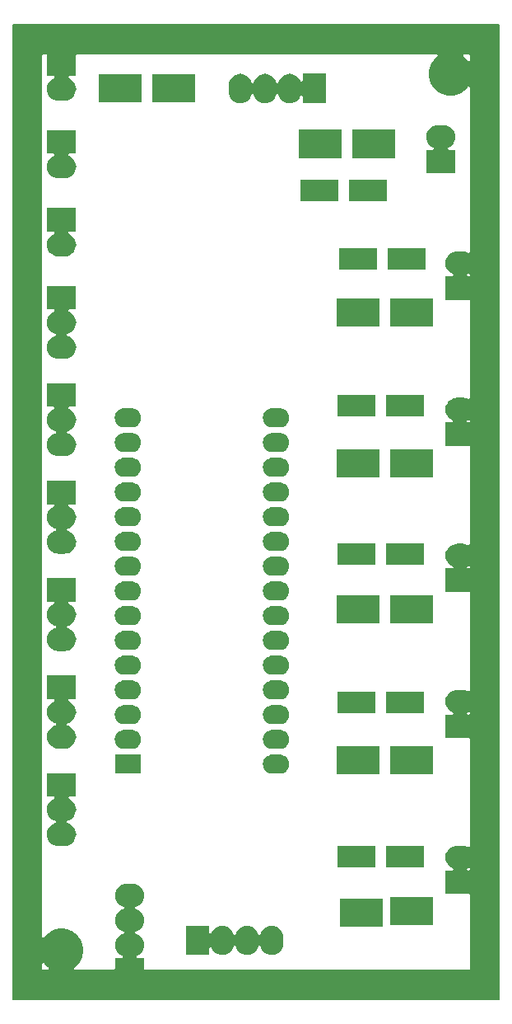
<source format=gbs>
G04 #@! TF.GenerationSoftware,KiCad,Pcbnew,(5.0.2)-1*
G04 #@! TF.CreationDate,2019-03-14T17:16:41+01:00*
G04 #@! TF.ProjectId,ventirad,76656e74-6972-4616-942e-6b696361645f,rev?*
G04 #@! TF.SameCoordinates,Original*
G04 #@! TF.FileFunction,Soldermask,Bot*
G04 #@! TF.FilePolarity,Negative*
%FSLAX46Y46*%
G04 Gerber Fmt 4.6, Leading zero omitted, Abs format (unit mm)*
G04 Created by KiCad (PCBNEW (5.0.2)-1) date 14/03/2019 17:16:41*
%MOMM*%
%LPD*%
G01*
G04 APERTURE LIST*
%ADD10C,0.150000*%
%ADD11C,0.100000*%
G04 APERTURE END LIST*
D10*
X107000000Y-60000000D02*
X157000000Y-60000000D01*
X107000000Y-160000000D02*
X107000000Y-60000000D01*
X157000000Y-160000000D02*
X107000000Y-160000000D01*
X157000000Y-60000000D02*
X157000000Y-160000000D01*
D11*
G36*
X157000000Y-160000000D02*
X107000000Y-160000000D01*
X107000000Y-156436353D01*
X110000000Y-156436353D01*
X110000000Y-156875000D01*
X110002402Y-156899386D01*
X110009515Y-156922835D01*
X110021066Y-156944446D01*
X110036612Y-156963388D01*
X110055554Y-156978934D01*
X110077165Y-156990485D01*
X110100614Y-156997598D01*
X110125000Y-157000000D01*
X110563647Y-157000000D01*
X110588033Y-156997598D01*
X110611482Y-156990485D01*
X110633093Y-156978934D01*
X110652035Y-156963388D01*
X110667581Y-156944446D01*
X110679132Y-156922835D01*
X110686245Y-156899386D01*
X110688647Y-156875000D01*
X110686245Y-156850614D01*
X110679132Y-156827165D01*
X110667581Y-156805554D01*
X110652035Y-156786612D01*
X110633093Y-156771066D01*
X110577180Y-156733706D01*
X110266294Y-156422820D01*
X110228934Y-156366907D01*
X110213388Y-156347965D01*
X110194446Y-156332419D01*
X110172835Y-156320868D01*
X110149386Y-156313755D01*
X110125000Y-156311353D01*
X110100614Y-156313755D01*
X110077165Y-156320868D01*
X110055554Y-156332419D01*
X110036612Y-156347965D01*
X110021066Y-156366907D01*
X110009515Y-156388518D01*
X110002402Y-156411967D01*
X110000000Y-156436353D01*
X107000000Y-156436353D01*
X107000000Y-63125000D01*
X110000000Y-63125000D01*
X110000000Y-153563647D01*
X110002402Y-153588033D01*
X110009515Y-153611482D01*
X110021066Y-153633093D01*
X110036612Y-153652035D01*
X110055554Y-153667581D01*
X110077165Y-153679132D01*
X110100614Y-153686245D01*
X110125000Y-153688647D01*
X110149386Y-153686245D01*
X110172835Y-153679132D01*
X110194446Y-153667581D01*
X110213388Y-153652035D01*
X110228934Y-153633093D01*
X110266294Y-153577180D01*
X110577180Y-153266294D01*
X110637058Y-153226285D01*
X110942751Y-153022027D01*
X111182809Y-152922592D01*
X111348950Y-152853774D01*
X111780166Y-152768000D01*
X112219834Y-152768000D01*
X112651050Y-152853774D01*
X112817192Y-152922592D01*
X113057249Y-153022027D01*
X113362942Y-153226285D01*
X113422820Y-153266294D01*
X113733706Y-153577180D01*
X113733708Y-153577183D01*
X113783723Y-153652035D01*
X113977974Y-153942753D01*
X114146226Y-154348950D01*
X114232000Y-154780166D01*
X114232000Y-155219834D01*
X114146226Y-155651050D01*
X114111899Y-155733924D01*
X113977973Y-156057249D01*
X113771066Y-156366907D01*
X113733706Y-156422820D01*
X113422820Y-156733706D01*
X113366907Y-156771066D01*
X113347965Y-156786612D01*
X113332419Y-156805554D01*
X113320868Y-156827165D01*
X113313755Y-156850614D01*
X113311353Y-156875000D01*
X113313755Y-156899386D01*
X113320868Y-156922835D01*
X113332419Y-156944446D01*
X113347965Y-156963388D01*
X113366907Y-156978934D01*
X113388518Y-156990485D01*
X113411967Y-156997598D01*
X113436353Y-157000000D01*
X117375000Y-157000000D01*
X117399386Y-156997598D01*
X117422835Y-156990485D01*
X117444446Y-156978934D01*
X117463388Y-156963388D01*
X117478934Y-156944446D01*
X117490485Y-156922835D01*
X117497598Y-156899386D01*
X117500000Y-156875000D01*
X117500000Y-155800000D01*
X118162310Y-155800000D01*
X118186696Y-155797598D01*
X118210145Y-155790485D01*
X118231756Y-155778934D01*
X118250698Y-155763388D01*
X118266244Y-155744446D01*
X118277795Y-155722835D01*
X118284908Y-155699386D01*
X118287310Y-155675000D01*
X118284908Y-155650614D01*
X118277795Y-155627165D01*
X118266244Y-155605554D01*
X118250698Y-155586612D01*
X118231756Y-155571066D01*
X118221234Y-155564760D01*
X118030090Y-155462592D01*
X117847366Y-155312634D01*
X117697408Y-155129910D01*
X117585983Y-154921447D01*
X117585981Y-154921442D01*
X117517363Y-154695241D01*
X117494194Y-154460000D01*
X117517363Y-154224759D01*
X117585981Y-153998558D01*
X117585982Y-153998556D01*
X117585983Y-153998553D01*
X117697408Y-153790090D01*
X117847366Y-153607366D01*
X118030090Y-153457408D01*
X118238554Y-153345982D01*
X118277966Y-153334027D01*
X118358435Y-153309616D01*
X118381071Y-153300240D01*
X118401445Y-153286626D01*
X118418772Y-153269299D01*
X118432386Y-153248925D01*
X118441764Y-153226286D01*
X118446544Y-153202252D01*
X118446544Y-153177748D01*
X118441764Y-153153715D01*
X118432386Y-153131075D01*
X118418772Y-153110701D01*
X118401445Y-153093374D01*
X118381071Y-153079760D01*
X118358435Y-153070384D01*
X118277966Y-153045973D01*
X118238554Y-153034018D01*
X118030090Y-152922592D01*
X117847366Y-152772634D01*
X117697408Y-152589910D01*
X117585983Y-152381447D01*
X117585981Y-152381442D01*
X117517363Y-152155241D01*
X117494194Y-151920000D01*
X117517363Y-151684759D01*
X117585981Y-151458558D01*
X117585982Y-151458556D01*
X117585983Y-151458553D01*
X117697408Y-151250090D01*
X117847366Y-151067366D01*
X118030090Y-150917408D01*
X118238554Y-150805982D01*
X118277966Y-150794027D01*
X118358435Y-150769616D01*
X118381071Y-150760240D01*
X118401445Y-150746626D01*
X118418772Y-150729299D01*
X118432386Y-150708925D01*
X118441764Y-150686286D01*
X118446544Y-150662252D01*
X118446544Y-150637748D01*
X118441764Y-150613715D01*
X118432386Y-150591075D01*
X118418772Y-150570701D01*
X118401445Y-150553374D01*
X118381071Y-150539760D01*
X118358435Y-150530384D01*
X118277966Y-150505973D01*
X118238554Y-150494018D01*
X118030090Y-150382592D01*
X117847366Y-150232634D01*
X117697408Y-150049910D01*
X117585983Y-149841447D01*
X117585981Y-149841442D01*
X117517363Y-149615241D01*
X117494194Y-149380000D01*
X117517363Y-149144759D01*
X117585981Y-148918558D01*
X117585982Y-148918556D01*
X117585983Y-148918553D01*
X117697408Y-148710090D01*
X117847366Y-148527366D01*
X118030090Y-148377408D01*
X118238553Y-148265983D01*
X118238556Y-148265982D01*
X118238558Y-148265981D01*
X118464759Y-148197363D01*
X118605792Y-148183473D01*
X118641049Y-148180000D01*
X119358951Y-148180000D01*
X119394208Y-148183473D01*
X119535241Y-148197363D01*
X119761442Y-148265981D01*
X119761444Y-148265982D01*
X119761447Y-148265983D01*
X119969910Y-148377408D01*
X120152634Y-148527366D01*
X120302592Y-148710090D01*
X120414017Y-148918553D01*
X120414018Y-148918556D01*
X120414019Y-148918558D01*
X120482637Y-149144759D01*
X120505806Y-149380000D01*
X120482637Y-149615241D01*
X120414019Y-149841442D01*
X120414017Y-149841447D01*
X120302592Y-150049910D01*
X120152634Y-150232634D01*
X119969910Y-150382592D01*
X119761446Y-150494018D01*
X119722034Y-150505973D01*
X119641565Y-150530384D01*
X119618929Y-150539760D01*
X119598555Y-150553374D01*
X119581228Y-150570701D01*
X119567614Y-150591075D01*
X119558236Y-150613714D01*
X119553456Y-150637748D01*
X119553456Y-150662252D01*
X119558236Y-150686285D01*
X119567614Y-150708925D01*
X119581228Y-150729299D01*
X119598555Y-150746626D01*
X119618929Y-150760240D01*
X119641565Y-150769616D01*
X119722034Y-150794027D01*
X119761446Y-150805982D01*
X119969910Y-150917408D01*
X120152634Y-151067366D01*
X120302592Y-151250090D01*
X120414017Y-151458553D01*
X120414018Y-151458556D01*
X120414019Y-151458558D01*
X120482637Y-151684759D01*
X120505806Y-151920000D01*
X120482637Y-152155241D01*
X120414019Y-152381442D01*
X120414017Y-152381447D01*
X120302592Y-152589910D01*
X120152634Y-152772634D01*
X119969910Y-152922592D01*
X119761446Y-153034018D01*
X119722034Y-153045973D01*
X119641565Y-153070384D01*
X119618929Y-153079760D01*
X119598555Y-153093374D01*
X119581228Y-153110701D01*
X119567614Y-153131075D01*
X119558236Y-153153714D01*
X119553456Y-153177748D01*
X119553456Y-153202252D01*
X119558236Y-153226285D01*
X119567614Y-153248925D01*
X119581228Y-153269299D01*
X119598555Y-153286626D01*
X119618929Y-153300240D01*
X119641565Y-153309616D01*
X119722034Y-153334027D01*
X119761446Y-153345982D01*
X119969910Y-153457408D01*
X120152634Y-153607366D01*
X120302592Y-153790090D01*
X120414017Y-153998553D01*
X120414018Y-153998556D01*
X120414019Y-153998558D01*
X120482637Y-154224759D01*
X120505806Y-154460000D01*
X120482637Y-154695241D01*
X120414019Y-154921442D01*
X120414017Y-154921447D01*
X120302592Y-155129910D01*
X120152634Y-155312634D01*
X119969910Y-155462592D01*
X119778766Y-155564760D01*
X119758391Y-155578374D01*
X119741064Y-155595701D01*
X119727450Y-155616075D01*
X119718073Y-155638714D01*
X119713292Y-155662748D01*
X119713292Y-155687252D01*
X119718072Y-155711285D01*
X119727450Y-155733924D01*
X119741064Y-155754299D01*
X119758391Y-155771626D01*
X119778765Y-155785240D01*
X119801404Y-155794617D01*
X119825438Y-155799398D01*
X119837690Y-155800000D01*
X120500000Y-155800000D01*
X120500000Y-156875000D01*
X120502402Y-156899386D01*
X120509515Y-156922835D01*
X120521066Y-156944446D01*
X120536612Y-156963388D01*
X120555554Y-156978934D01*
X120577165Y-156990485D01*
X120600614Y-156997598D01*
X120625000Y-157000000D01*
X153875000Y-157000000D01*
X153899386Y-156997598D01*
X153922835Y-156990485D01*
X153944446Y-156978934D01*
X153963388Y-156963388D01*
X153978934Y-156944446D01*
X153990485Y-156922835D01*
X153997598Y-156899386D01*
X154000000Y-156875000D01*
X154000000Y-149325000D01*
X153997598Y-149300614D01*
X153990485Y-149277165D01*
X153978934Y-149255554D01*
X153963388Y-149236612D01*
X153944446Y-149221066D01*
X153922835Y-149209515D01*
X153899386Y-149202402D01*
X153875000Y-149200000D01*
X151500000Y-149200000D01*
X151500000Y-146800000D01*
X152162310Y-146800000D01*
X152186696Y-146797598D01*
X152210145Y-146790485D01*
X152231756Y-146778934D01*
X152250698Y-146763388D01*
X152266244Y-146744446D01*
X152277795Y-146722835D01*
X152284908Y-146699386D01*
X152287310Y-146675000D01*
X152286104Y-146662749D01*
X153713292Y-146662749D01*
X153713292Y-146687253D01*
X153718073Y-146711287D01*
X153727450Y-146733925D01*
X153741064Y-146754300D01*
X153758392Y-146771627D01*
X153778766Y-146785241D01*
X153801405Y-146794618D01*
X153837690Y-146800000D01*
X153875000Y-146800000D01*
X153899386Y-146797598D01*
X153922835Y-146790485D01*
X153944446Y-146778934D01*
X153963388Y-146763388D01*
X153978934Y-146744446D01*
X153990485Y-146722835D01*
X153997598Y-146699386D01*
X154000000Y-146675000D01*
X154000000Y-146655057D01*
X153997598Y-146630671D01*
X153990485Y-146607222D01*
X153978934Y-146585611D01*
X153963388Y-146566669D01*
X153944446Y-146551123D01*
X153922835Y-146539572D01*
X153899386Y-146532459D01*
X153875000Y-146530057D01*
X153850614Y-146532459D01*
X153827165Y-146539572D01*
X153816075Y-146544817D01*
X153778765Y-146564760D01*
X153758390Y-146578374D01*
X153741063Y-146595702D01*
X153727449Y-146616076D01*
X153718072Y-146638715D01*
X153713292Y-146662749D01*
X152286104Y-146662749D01*
X152284908Y-146650614D01*
X152277795Y-146627165D01*
X152266244Y-146605554D01*
X152250698Y-146586612D01*
X152231756Y-146571066D01*
X152221234Y-146564760D01*
X152030090Y-146462592D01*
X151847366Y-146312634D01*
X151697408Y-146129910D01*
X151585983Y-145921447D01*
X151585981Y-145921442D01*
X151517363Y-145695241D01*
X151494194Y-145460000D01*
X151517363Y-145224759D01*
X151585981Y-144998558D01*
X151585982Y-144998556D01*
X151585983Y-144998553D01*
X151697408Y-144790090D01*
X151847366Y-144607366D01*
X152030090Y-144457408D01*
X152238553Y-144345983D01*
X152238556Y-144345982D01*
X152238558Y-144345981D01*
X152464759Y-144277363D01*
X152614276Y-144262637D01*
X152641049Y-144260000D01*
X153358951Y-144260000D01*
X153385724Y-144262637D01*
X153535241Y-144277363D01*
X153761442Y-144345981D01*
X153761444Y-144345982D01*
X153816075Y-144375183D01*
X153838714Y-144384560D01*
X153862747Y-144389341D01*
X153887252Y-144389341D01*
X153911285Y-144384561D01*
X153933924Y-144375183D01*
X153954299Y-144361570D01*
X153971626Y-144344243D01*
X153985240Y-144323868D01*
X153994617Y-144301229D01*
X153999398Y-144277196D01*
X154000000Y-144264943D01*
X154000000Y-133325000D01*
X153997598Y-133300614D01*
X153990485Y-133277165D01*
X153978934Y-133255554D01*
X153963388Y-133236612D01*
X153944446Y-133221066D01*
X153922835Y-133209515D01*
X153899386Y-133202402D01*
X153875000Y-133200000D01*
X151500000Y-133200000D01*
X151500000Y-130800000D01*
X152162310Y-130800000D01*
X152186696Y-130797598D01*
X152210145Y-130790485D01*
X152231756Y-130778934D01*
X152250698Y-130763388D01*
X152266244Y-130744446D01*
X152277795Y-130722835D01*
X152284908Y-130699386D01*
X152287310Y-130675000D01*
X152286104Y-130662749D01*
X153713292Y-130662749D01*
X153713292Y-130687253D01*
X153718073Y-130711287D01*
X153727450Y-130733925D01*
X153741064Y-130754300D01*
X153758392Y-130771627D01*
X153778766Y-130785241D01*
X153801405Y-130794618D01*
X153837690Y-130800000D01*
X153875000Y-130800000D01*
X153899386Y-130797598D01*
X153922835Y-130790485D01*
X153944446Y-130778934D01*
X153963388Y-130763388D01*
X153978934Y-130744446D01*
X153990485Y-130722835D01*
X153997598Y-130699386D01*
X154000000Y-130675000D01*
X154000000Y-130655057D01*
X153997598Y-130630671D01*
X153990485Y-130607222D01*
X153978934Y-130585611D01*
X153963388Y-130566669D01*
X153944446Y-130551123D01*
X153922835Y-130539572D01*
X153899386Y-130532459D01*
X153875000Y-130530057D01*
X153850614Y-130532459D01*
X153827165Y-130539572D01*
X153816075Y-130544817D01*
X153778765Y-130564760D01*
X153758390Y-130578374D01*
X153741063Y-130595702D01*
X153727449Y-130616076D01*
X153718072Y-130638715D01*
X153713292Y-130662749D01*
X152286104Y-130662749D01*
X152284908Y-130650614D01*
X152277795Y-130627165D01*
X152266244Y-130605554D01*
X152250698Y-130586612D01*
X152231756Y-130571066D01*
X152221234Y-130564760D01*
X152030090Y-130462592D01*
X151847366Y-130312634D01*
X151697408Y-130129910D01*
X151585983Y-129921447D01*
X151577459Y-129893348D01*
X151517363Y-129695241D01*
X151494194Y-129460000D01*
X151517363Y-129224759D01*
X151585981Y-128998558D01*
X151585982Y-128998556D01*
X151585983Y-128998553D01*
X151697408Y-128790090D01*
X151847366Y-128607366D01*
X152030090Y-128457408D01*
X152238553Y-128345983D01*
X152238556Y-128345982D01*
X152238558Y-128345981D01*
X152464759Y-128277363D01*
X152605792Y-128263473D01*
X152641049Y-128260000D01*
X153358951Y-128260000D01*
X153394208Y-128263473D01*
X153535241Y-128277363D01*
X153761442Y-128345981D01*
X153761444Y-128345982D01*
X153816075Y-128375183D01*
X153838714Y-128384560D01*
X153862747Y-128389341D01*
X153887252Y-128389341D01*
X153911285Y-128384561D01*
X153933924Y-128375183D01*
X153954299Y-128361570D01*
X153971626Y-128344243D01*
X153985240Y-128323868D01*
X153994617Y-128301229D01*
X153999398Y-128277196D01*
X154000000Y-128264943D01*
X154000000Y-118325000D01*
X153997598Y-118300614D01*
X153990485Y-118277165D01*
X153978934Y-118255554D01*
X153963388Y-118236612D01*
X153944446Y-118221066D01*
X153922835Y-118209515D01*
X153899386Y-118202402D01*
X153875000Y-118200000D01*
X151500000Y-118200000D01*
X151500000Y-115800000D01*
X152162310Y-115800000D01*
X152186696Y-115797598D01*
X152210145Y-115790485D01*
X152231756Y-115778934D01*
X152250698Y-115763388D01*
X152266244Y-115744446D01*
X152277795Y-115722835D01*
X152284908Y-115699386D01*
X152287310Y-115675000D01*
X152286104Y-115662749D01*
X153713292Y-115662749D01*
X153713292Y-115687253D01*
X153718073Y-115711287D01*
X153727450Y-115733925D01*
X153741064Y-115754300D01*
X153758392Y-115771627D01*
X153778766Y-115785241D01*
X153801405Y-115794618D01*
X153837690Y-115800000D01*
X153875000Y-115800000D01*
X153899386Y-115797598D01*
X153922835Y-115790485D01*
X153944446Y-115778934D01*
X153963388Y-115763388D01*
X153978934Y-115744446D01*
X153990485Y-115722835D01*
X153997598Y-115699386D01*
X154000000Y-115675000D01*
X154000000Y-115655057D01*
X153997598Y-115630671D01*
X153990485Y-115607222D01*
X153978934Y-115585611D01*
X153963388Y-115566669D01*
X153944446Y-115551123D01*
X153922835Y-115539572D01*
X153899386Y-115532459D01*
X153875000Y-115530057D01*
X153850614Y-115532459D01*
X153827165Y-115539572D01*
X153816075Y-115544817D01*
X153778765Y-115564760D01*
X153758390Y-115578374D01*
X153741063Y-115595702D01*
X153727449Y-115616076D01*
X153718072Y-115638715D01*
X153713292Y-115662749D01*
X152286104Y-115662749D01*
X152284908Y-115650614D01*
X152277795Y-115627165D01*
X152266244Y-115605554D01*
X152250698Y-115586612D01*
X152231756Y-115571066D01*
X152221234Y-115564760D01*
X152030090Y-115462592D01*
X151847366Y-115312634D01*
X151697408Y-115129910D01*
X151585983Y-114921447D01*
X151585981Y-114921442D01*
X151517363Y-114695241D01*
X151494194Y-114460000D01*
X151517363Y-114224759D01*
X151585981Y-113998558D01*
X151585982Y-113998556D01*
X151585983Y-113998553D01*
X151697408Y-113790090D01*
X151847366Y-113607366D01*
X152030090Y-113457408D01*
X152238553Y-113345983D01*
X152238556Y-113345982D01*
X152238558Y-113345981D01*
X152464759Y-113277363D01*
X152605792Y-113263473D01*
X152641049Y-113260000D01*
X153358951Y-113260000D01*
X153394208Y-113263473D01*
X153535241Y-113277363D01*
X153761442Y-113345981D01*
X153761444Y-113345982D01*
X153816075Y-113375183D01*
X153838714Y-113384560D01*
X153862747Y-113389341D01*
X153887252Y-113389341D01*
X153911285Y-113384561D01*
X153933924Y-113375183D01*
X153954299Y-113361570D01*
X153971626Y-113344243D01*
X153985240Y-113323868D01*
X153994617Y-113301229D01*
X153999398Y-113277196D01*
X154000000Y-113264943D01*
X154000000Y-103325000D01*
X153997598Y-103300614D01*
X153990485Y-103277165D01*
X153978934Y-103255554D01*
X153963388Y-103236612D01*
X153944446Y-103221066D01*
X153922835Y-103209515D01*
X153899386Y-103202402D01*
X153875000Y-103200000D01*
X151500000Y-103200000D01*
X151500000Y-100800000D01*
X152162310Y-100800000D01*
X152186696Y-100797598D01*
X152210145Y-100790485D01*
X152231756Y-100778934D01*
X152250698Y-100763388D01*
X152266244Y-100744446D01*
X152277795Y-100722835D01*
X152284908Y-100699386D01*
X152287310Y-100675000D01*
X152286104Y-100662749D01*
X153713292Y-100662749D01*
X153713292Y-100687253D01*
X153718073Y-100711287D01*
X153727450Y-100733925D01*
X153741064Y-100754300D01*
X153758392Y-100771627D01*
X153778766Y-100785241D01*
X153801405Y-100794618D01*
X153837690Y-100800000D01*
X153875000Y-100800000D01*
X153899386Y-100797598D01*
X153922835Y-100790485D01*
X153944446Y-100778934D01*
X153963388Y-100763388D01*
X153978934Y-100744446D01*
X153990485Y-100722835D01*
X153997598Y-100699386D01*
X154000000Y-100675000D01*
X154000000Y-100655057D01*
X153997598Y-100630671D01*
X153990485Y-100607222D01*
X153978934Y-100585611D01*
X153963388Y-100566669D01*
X153944446Y-100551123D01*
X153922835Y-100539572D01*
X153899386Y-100532459D01*
X153875000Y-100530057D01*
X153850614Y-100532459D01*
X153827165Y-100539572D01*
X153816075Y-100544817D01*
X153778765Y-100564760D01*
X153758390Y-100578374D01*
X153741063Y-100595702D01*
X153727449Y-100616076D01*
X153718072Y-100638715D01*
X153713292Y-100662749D01*
X152286104Y-100662749D01*
X152284908Y-100650614D01*
X152277795Y-100627165D01*
X152266244Y-100605554D01*
X152250698Y-100586612D01*
X152231756Y-100571066D01*
X152221234Y-100564760D01*
X152030090Y-100462592D01*
X151847366Y-100312634D01*
X151697408Y-100129910D01*
X151585983Y-99921447D01*
X151585981Y-99921442D01*
X151517363Y-99695241D01*
X151494194Y-99460000D01*
X151517363Y-99224759D01*
X151585981Y-98998558D01*
X151585982Y-98998556D01*
X151585983Y-98998553D01*
X151697408Y-98790090D01*
X151847366Y-98607366D01*
X152030090Y-98457408D01*
X152238553Y-98345983D01*
X152238556Y-98345982D01*
X152238558Y-98345981D01*
X152464759Y-98277363D01*
X152605792Y-98263473D01*
X152641049Y-98260000D01*
X153358951Y-98260000D01*
X153394208Y-98263473D01*
X153535241Y-98277363D01*
X153761442Y-98345981D01*
X153761444Y-98345982D01*
X153816075Y-98375183D01*
X153838714Y-98384560D01*
X153862747Y-98389341D01*
X153887252Y-98389341D01*
X153911285Y-98384561D01*
X153933924Y-98375183D01*
X153954299Y-98361570D01*
X153971626Y-98344243D01*
X153985240Y-98323868D01*
X153994617Y-98301229D01*
X153999398Y-98277196D01*
X154000000Y-98264943D01*
X154000000Y-88325000D01*
X153997598Y-88300614D01*
X153990485Y-88277165D01*
X153978934Y-88255554D01*
X153963388Y-88236612D01*
X153944446Y-88221066D01*
X153922835Y-88209515D01*
X153899386Y-88202402D01*
X153875000Y-88200000D01*
X151500000Y-88200000D01*
X151500000Y-85800000D01*
X152162310Y-85800000D01*
X152186696Y-85797598D01*
X152210145Y-85790485D01*
X152231756Y-85778934D01*
X152250698Y-85763388D01*
X152266244Y-85744446D01*
X152277795Y-85722835D01*
X152284908Y-85699386D01*
X152287310Y-85675000D01*
X152286104Y-85662749D01*
X153713292Y-85662749D01*
X153713292Y-85687253D01*
X153718073Y-85711287D01*
X153727450Y-85733925D01*
X153741064Y-85754300D01*
X153758392Y-85771627D01*
X153778766Y-85785241D01*
X153801405Y-85794618D01*
X153837690Y-85800000D01*
X153875000Y-85800000D01*
X153899386Y-85797598D01*
X153922835Y-85790485D01*
X153944446Y-85778934D01*
X153963388Y-85763388D01*
X153978934Y-85744446D01*
X153990485Y-85722835D01*
X153997598Y-85699386D01*
X154000000Y-85675000D01*
X154000000Y-85655057D01*
X153997598Y-85630671D01*
X153990485Y-85607222D01*
X153978934Y-85585611D01*
X153963388Y-85566669D01*
X153944446Y-85551123D01*
X153922835Y-85539572D01*
X153899386Y-85532459D01*
X153875000Y-85530057D01*
X153850614Y-85532459D01*
X153827165Y-85539572D01*
X153816075Y-85544817D01*
X153778765Y-85564760D01*
X153758390Y-85578374D01*
X153741063Y-85595702D01*
X153727449Y-85616076D01*
X153718072Y-85638715D01*
X153713292Y-85662749D01*
X152286104Y-85662749D01*
X152284908Y-85650614D01*
X152277795Y-85627165D01*
X152266244Y-85605554D01*
X152250698Y-85586612D01*
X152231756Y-85571066D01*
X152221234Y-85564760D01*
X152030090Y-85462592D01*
X151847366Y-85312634D01*
X151697408Y-85129910D01*
X151585983Y-84921447D01*
X151585981Y-84921442D01*
X151517363Y-84695241D01*
X151494194Y-84460000D01*
X151517363Y-84224759D01*
X151585981Y-83998558D01*
X151585982Y-83998556D01*
X151585983Y-83998553D01*
X151697408Y-83790090D01*
X151847366Y-83607366D01*
X152030090Y-83457408D01*
X152238553Y-83345983D01*
X152238556Y-83345982D01*
X152238558Y-83345981D01*
X152464759Y-83277363D01*
X152605792Y-83263473D01*
X152641049Y-83260000D01*
X153358951Y-83260000D01*
X153394208Y-83263473D01*
X153535241Y-83277363D01*
X153761442Y-83345981D01*
X153761444Y-83345982D01*
X153816075Y-83375183D01*
X153838714Y-83384560D01*
X153862747Y-83389341D01*
X153887252Y-83389341D01*
X153911285Y-83384561D01*
X153933924Y-83375183D01*
X153954299Y-83361570D01*
X153971626Y-83344243D01*
X153985240Y-83323868D01*
X153994617Y-83301229D01*
X153999398Y-83277196D01*
X154000000Y-83264943D01*
X154000000Y-66436353D01*
X153997598Y-66411967D01*
X153990485Y-66388518D01*
X153978934Y-66366907D01*
X153963388Y-66347965D01*
X153944446Y-66332419D01*
X153922835Y-66320868D01*
X153899386Y-66313755D01*
X153875000Y-66311353D01*
X153850614Y-66313755D01*
X153827165Y-66320868D01*
X153805554Y-66332419D01*
X153786612Y-66347965D01*
X153771066Y-66366907D01*
X153733706Y-66422820D01*
X153422820Y-66733706D01*
X153422817Y-66733708D01*
X153057249Y-66977973D01*
X153057248Y-66977974D01*
X153057247Y-66977974D01*
X152651050Y-67146226D01*
X152219834Y-67232000D01*
X151780166Y-67232000D01*
X151348950Y-67146226D01*
X150942753Y-66977974D01*
X150942752Y-66977974D01*
X150942751Y-66977973D01*
X150577183Y-66733708D01*
X150577180Y-66733706D01*
X150266294Y-66422820D01*
X150228934Y-66366907D01*
X150022027Y-66057249D01*
X149976172Y-65946544D01*
X149853774Y-65651050D01*
X149768000Y-65219834D01*
X149768000Y-64780166D01*
X149853774Y-64348950D01*
X150022026Y-63942753D01*
X150216278Y-63652035D01*
X150266292Y-63577183D01*
X150266294Y-63577180D01*
X150577180Y-63266294D01*
X150633093Y-63228934D01*
X150652035Y-63213388D01*
X150667581Y-63194446D01*
X150679132Y-63172835D01*
X150686245Y-63149386D01*
X150688647Y-63125000D01*
X153311353Y-63125000D01*
X153313755Y-63149386D01*
X153320868Y-63172835D01*
X153332419Y-63194446D01*
X153347965Y-63213388D01*
X153366907Y-63228934D01*
X153422820Y-63266294D01*
X153733706Y-63577180D01*
X153771066Y-63633093D01*
X153786612Y-63652035D01*
X153805554Y-63667581D01*
X153827165Y-63679132D01*
X153850614Y-63686245D01*
X153875000Y-63688647D01*
X153899386Y-63686245D01*
X153922835Y-63679132D01*
X153944446Y-63667581D01*
X153963388Y-63652035D01*
X153978934Y-63633093D01*
X153990485Y-63611482D01*
X153997598Y-63588033D01*
X154000000Y-63563647D01*
X154000000Y-63125000D01*
X153997598Y-63100614D01*
X153990485Y-63077165D01*
X153978934Y-63055554D01*
X153963388Y-63036612D01*
X153944446Y-63021066D01*
X153922835Y-63009515D01*
X153899386Y-63002402D01*
X153875000Y-63000000D01*
X153436353Y-63000000D01*
X153411967Y-63002402D01*
X153388518Y-63009515D01*
X153366907Y-63021066D01*
X153347965Y-63036612D01*
X153332419Y-63055554D01*
X153320868Y-63077165D01*
X153313755Y-63100614D01*
X153311353Y-63125000D01*
X150688647Y-63125000D01*
X150686245Y-63100614D01*
X150679132Y-63077165D01*
X150667581Y-63055554D01*
X150652035Y-63036612D01*
X150633093Y-63021066D01*
X150611482Y-63009515D01*
X150588033Y-63002402D01*
X150563647Y-63000000D01*
X113625000Y-63000000D01*
X113600614Y-63002402D01*
X113577165Y-63009515D01*
X113555554Y-63021066D01*
X113536612Y-63036612D01*
X113521066Y-63055554D01*
X113509515Y-63077165D01*
X113502402Y-63100614D01*
X113500000Y-63125000D01*
X113500000Y-65200000D01*
X112837690Y-65200000D01*
X112813304Y-65202402D01*
X112789855Y-65209515D01*
X112768244Y-65221066D01*
X112749302Y-65236612D01*
X112733756Y-65255554D01*
X112722205Y-65277165D01*
X112715092Y-65300614D01*
X112712690Y-65325000D01*
X112715092Y-65349386D01*
X112722205Y-65372835D01*
X112733756Y-65394446D01*
X112749302Y-65413388D01*
X112768244Y-65428934D01*
X112778766Y-65435240D01*
X112969910Y-65537408D01*
X113152634Y-65687366D01*
X113302592Y-65870090D01*
X113414017Y-66078553D01*
X113414018Y-66078556D01*
X113414019Y-66078558D01*
X113482637Y-66304759D01*
X113505806Y-66540000D01*
X113482637Y-66775241D01*
X113414019Y-67001442D01*
X113414017Y-67001447D01*
X113302592Y-67209910D01*
X113152634Y-67392634D01*
X112969910Y-67542592D01*
X112761447Y-67654017D01*
X112761444Y-67654018D01*
X112761442Y-67654019D01*
X112535241Y-67722637D01*
X112394208Y-67736527D01*
X112358951Y-67740000D01*
X111641049Y-67740000D01*
X111605792Y-67736527D01*
X111464759Y-67722637D01*
X111238558Y-67654019D01*
X111238556Y-67654018D01*
X111238553Y-67654017D01*
X111030090Y-67542592D01*
X110847366Y-67392634D01*
X110697408Y-67209910D01*
X110585983Y-67001447D01*
X110585981Y-67001442D01*
X110517363Y-66775241D01*
X110494194Y-66540000D01*
X110517363Y-66304759D01*
X110585981Y-66078558D01*
X110585982Y-66078556D01*
X110585983Y-66078553D01*
X110697408Y-65870090D01*
X110847366Y-65687366D01*
X111030090Y-65537408D01*
X111221234Y-65435240D01*
X111241609Y-65421626D01*
X111258936Y-65404299D01*
X111272550Y-65383925D01*
X111281927Y-65361286D01*
X111286708Y-65337252D01*
X111286708Y-65312748D01*
X111281928Y-65288715D01*
X111272550Y-65266076D01*
X111258936Y-65245701D01*
X111241609Y-65228374D01*
X111221235Y-65214760D01*
X111198596Y-65205383D01*
X111174562Y-65200602D01*
X111162310Y-65200000D01*
X110500000Y-65200000D01*
X110500000Y-63125000D01*
X110497598Y-63100614D01*
X110490485Y-63077165D01*
X110478934Y-63055554D01*
X110463388Y-63036612D01*
X110444446Y-63021066D01*
X110422835Y-63009515D01*
X110399386Y-63002402D01*
X110375000Y-63000000D01*
X110125000Y-63000000D01*
X110100614Y-63002402D01*
X110077165Y-63009515D01*
X110055554Y-63021066D01*
X110036612Y-63036612D01*
X110021066Y-63055554D01*
X110009515Y-63077165D01*
X110002402Y-63100614D01*
X110000000Y-63125000D01*
X107000000Y-63125000D01*
X107000000Y-60000000D01*
X157000000Y-60000000D01*
X157000000Y-160000000D01*
X157000000Y-160000000D01*
G37*
G36*
X133855240Y-152517363D02*
X134081441Y-152585981D01*
X134081443Y-152585982D01*
X134081446Y-152585983D01*
X134289905Y-152697406D01*
X134289908Y-152697408D01*
X134289909Y-152697409D01*
X134472634Y-152847366D01*
X134472635Y-152847368D01*
X134472637Y-152847369D01*
X134622592Y-153030090D01*
X134734017Y-153238553D01*
X134734017Y-153238554D01*
X134734019Y-153238558D01*
X134802637Y-153464759D01*
X134820000Y-153641050D01*
X134820000Y-154358949D01*
X134802637Y-154535240D01*
X134777250Y-154618929D01*
X134734018Y-154761446D01*
X134622592Y-154969910D01*
X134472634Y-155152634D01*
X134289910Y-155302592D01*
X134081447Y-155414017D01*
X134081444Y-155414018D01*
X134081442Y-155414019D01*
X133855241Y-155482637D01*
X133620000Y-155505806D01*
X133384760Y-155482637D01*
X133158559Y-155414019D01*
X133158557Y-155414018D01*
X133158554Y-155414017D01*
X132950091Y-155302592D01*
X132767367Y-155152634D01*
X132617408Y-154969910D01*
X132505982Y-154761446D01*
X132469618Y-154641569D01*
X132460240Y-154618929D01*
X132446626Y-154598555D01*
X132429299Y-154581228D01*
X132408925Y-154567614D01*
X132386286Y-154558236D01*
X132362252Y-154553456D01*
X132337748Y-154553456D01*
X132313715Y-154558236D01*
X132291075Y-154567614D01*
X132270701Y-154581228D01*
X132253374Y-154598555D01*
X132239760Y-154618929D01*
X132230382Y-154641569D01*
X132194018Y-154761446D01*
X132082592Y-154969910D01*
X131932634Y-155152634D01*
X131749910Y-155302592D01*
X131541447Y-155414017D01*
X131541444Y-155414018D01*
X131541442Y-155414019D01*
X131315241Y-155482637D01*
X131080000Y-155505806D01*
X130844760Y-155482637D01*
X130618559Y-155414019D01*
X130618557Y-155414018D01*
X130618554Y-155414017D01*
X130410091Y-155302592D01*
X130227367Y-155152634D01*
X130077408Y-154969910D01*
X129965982Y-154761446D01*
X129929618Y-154641569D01*
X129920240Y-154618929D01*
X129906626Y-154598555D01*
X129889299Y-154581228D01*
X129868925Y-154567614D01*
X129846286Y-154558236D01*
X129822252Y-154553456D01*
X129797748Y-154553456D01*
X129773715Y-154558236D01*
X129751075Y-154567614D01*
X129730701Y-154581228D01*
X129713374Y-154598555D01*
X129699760Y-154618929D01*
X129690382Y-154641569D01*
X129654018Y-154761446D01*
X129542592Y-154969910D01*
X129392634Y-155152634D01*
X129209910Y-155302592D01*
X129001447Y-155414017D01*
X129001444Y-155414018D01*
X129001442Y-155414019D01*
X128775241Y-155482637D01*
X128540000Y-155505806D01*
X128304760Y-155482637D01*
X128078559Y-155414019D01*
X128078557Y-155414018D01*
X128078554Y-155414017D01*
X127870091Y-155302592D01*
X127687367Y-155152634D01*
X127537408Y-154969910D01*
X127435240Y-154778766D01*
X127421626Y-154758391D01*
X127404299Y-154741064D01*
X127383925Y-154727450D01*
X127361286Y-154718073D01*
X127337252Y-154713292D01*
X127312748Y-154713292D01*
X127288715Y-154718072D01*
X127266076Y-154727450D01*
X127245701Y-154741064D01*
X127228374Y-154758391D01*
X127214760Y-154778765D01*
X127205383Y-154801404D01*
X127200602Y-154825438D01*
X127200000Y-154837690D01*
X127200000Y-155500000D01*
X124800000Y-155500000D01*
X124800000Y-152500000D01*
X127200000Y-152500000D01*
X127200000Y-153162311D01*
X127202402Y-153186697D01*
X127209515Y-153210146D01*
X127221066Y-153231757D01*
X127236612Y-153250699D01*
X127255554Y-153266245D01*
X127277165Y-153277796D01*
X127300614Y-153284909D01*
X127325000Y-153287311D01*
X127349386Y-153284909D01*
X127372835Y-153277796D01*
X127394446Y-153266245D01*
X127413388Y-153250699D01*
X127428934Y-153231757D01*
X127435240Y-153221235D01*
X127537406Y-153030095D01*
X127544028Y-153022026D01*
X127687366Y-152847366D01*
X127687368Y-152847365D01*
X127687369Y-152847363D01*
X127870090Y-152697408D01*
X128078553Y-152585983D01*
X128078556Y-152585982D01*
X128078558Y-152585981D01*
X128304759Y-152517363D01*
X128540000Y-152494194D01*
X128775240Y-152517363D01*
X129001441Y-152585981D01*
X129001443Y-152585982D01*
X129001446Y-152585983D01*
X129209905Y-152697406D01*
X129209908Y-152697408D01*
X129209909Y-152697409D01*
X129392634Y-152847366D01*
X129392635Y-152847368D01*
X129392637Y-152847369D01*
X129542592Y-153030090D01*
X129654018Y-153238554D01*
X129662418Y-153266245D01*
X129690384Y-153358435D01*
X129699760Y-153381071D01*
X129713374Y-153401445D01*
X129730701Y-153418772D01*
X129751075Y-153432386D01*
X129773714Y-153441764D01*
X129797748Y-153446544D01*
X129822252Y-153446544D01*
X129846285Y-153441764D01*
X129868925Y-153432386D01*
X129889299Y-153418772D01*
X129906626Y-153401445D01*
X129920240Y-153381071D01*
X129929617Y-153358432D01*
X129965980Y-153238559D01*
X130077406Y-153030095D01*
X130084028Y-153022026D01*
X130227366Y-152847366D01*
X130227368Y-152847365D01*
X130227369Y-152847363D01*
X130410090Y-152697408D01*
X130618553Y-152585983D01*
X130618556Y-152585982D01*
X130618558Y-152585981D01*
X130844759Y-152517363D01*
X131080000Y-152494194D01*
X131315240Y-152517363D01*
X131541441Y-152585981D01*
X131541443Y-152585982D01*
X131541446Y-152585983D01*
X131749905Y-152697406D01*
X131749908Y-152697408D01*
X131749909Y-152697409D01*
X131932634Y-152847366D01*
X131932635Y-152847368D01*
X131932637Y-152847369D01*
X132082592Y-153030090D01*
X132194018Y-153238554D01*
X132202418Y-153266245D01*
X132230384Y-153358435D01*
X132239760Y-153381071D01*
X132253374Y-153401445D01*
X132270701Y-153418772D01*
X132291075Y-153432386D01*
X132313714Y-153441764D01*
X132337748Y-153446544D01*
X132362252Y-153446544D01*
X132386285Y-153441764D01*
X132408925Y-153432386D01*
X132429299Y-153418772D01*
X132446626Y-153401445D01*
X132460240Y-153381071D01*
X132469617Y-153358432D01*
X132505980Y-153238559D01*
X132617406Y-153030095D01*
X132624028Y-153022026D01*
X132767366Y-152847366D01*
X132767368Y-152847365D01*
X132767369Y-152847363D01*
X132950090Y-152697408D01*
X133158553Y-152585983D01*
X133158556Y-152585982D01*
X133158558Y-152585981D01*
X133384759Y-152517363D01*
X133620000Y-152494194D01*
X133855240Y-152517363D01*
X133855240Y-152517363D01*
G37*
G36*
X145060000Y-152580000D02*
X140660000Y-152580000D01*
X140660000Y-149680000D01*
X145060000Y-149680000D01*
X145060000Y-152580000D01*
X145060000Y-152580000D01*
G37*
G36*
X150200000Y-152450000D02*
X145800000Y-152450000D01*
X145800000Y-149550000D01*
X150200000Y-149550000D01*
X150200000Y-152450000D01*
X150200000Y-152450000D01*
G37*
G36*
X149309420Y-146515430D02*
X145409300Y-146515430D01*
X145409300Y-144314570D01*
X149309420Y-144314570D01*
X149309420Y-146515430D01*
X149309420Y-146515430D01*
G37*
G36*
X144310700Y-146515430D02*
X140410580Y-146515430D01*
X140410580Y-144314570D01*
X144310700Y-144314570D01*
X144310700Y-146515430D01*
X144310700Y-146515430D01*
G37*
G36*
X113500000Y-139200000D02*
X112837690Y-139200000D01*
X112813304Y-139202402D01*
X112789855Y-139209515D01*
X112768244Y-139221066D01*
X112749302Y-139236612D01*
X112733756Y-139255554D01*
X112722205Y-139277165D01*
X112715092Y-139300614D01*
X112712690Y-139325000D01*
X112715092Y-139349386D01*
X112722205Y-139372835D01*
X112733756Y-139394446D01*
X112749302Y-139413388D01*
X112768244Y-139428934D01*
X112778766Y-139435240D01*
X112969910Y-139537408D01*
X113152634Y-139687366D01*
X113302592Y-139870090D01*
X113414017Y-140078553D01*
X113414018Y-140078556D01*
X113414019Y-140078558D01*
X113482637Y-140304759D01*
X113505806Y-140540000D01*
X113482637Y-140775241D01*
X113414019Y-141001442D01*
X113414017Y-141001447D01*
X113302592Y-141209910D01*
X113152634Y-141392634D01*
X112969910Y-141542592D01*
X112761446Y-141654018D01*
X112722034Y-141665973D01*
X112641565Y-141690384D01*
X112618929Y-141699760D01*
X112598555Y-141713374D01*
X112581228Y-141730701D01*
X112567614Y-141751075D01*
X112558236Y-141773714D01*
X112553456Y-141797748D01*
X112553456Y-141822252D01*
X112558236Y-141846285D01*
X112567614Y-141868925D01*
X112581228Y-141889299D01*
X112598555Y-141906626D01*
X112618929Y-141920240D01*
X112641565Y-141929616D01*
X112722034Y-141954027D01*
X112761446Y-141965982D01*
X112969910Y-142077408D01*
X113152634Y-142227366D01*
X113302592Y-142410090D01*
X113414017Y-142618553D01*
X113414018Y-142618556D01*
X113414019Y-142618558D01*
X113482637Y-142844759D01*
X113505806Y-143080000D01*
X113482637Y-143315241D01*
X113414019Y-143541442D01*
X113414017Y-143541447D01*
X113302592Y-143749910D01*
X113152634Y-143932634D01*
X112969910Y-144082592D01*
X112761447Y-144194017D01*
X112761444Y-144194018D01*
X112761442Y-144194019D01*
X112535241Y-144262637D01*
X112394208Y-144276527D01*
X112358951Y-144280000D01*
X111641049Y-144280000D01*
X111605792Y-144276527D01*
X111464759Y-144262637D01*
X111238558Y-144194019D01*
X111238556Y-144194018D01*
X111238553Y-144194017D01*
X111030090Y-144082592D01*
X110847366Y-143932634D01*
X110697408Y-143749910D01*
X110585983Y-143541447D01*
X110585981Y-143541442D01*
X110517363Y-143315241D01*
X110494194Y-143080000D01*
X110517363Y-142844759D01*
X110585981Y-142618558D01*
X110585982Y-142618556D01*
X110585983Y-142618553D01*
X110697408Y-142410090D01*
X110847366Y-142227366D01*
X111030090Y-142077408D01*
X111238554Y-141965982D01*
X111277966Y-141954027D01*
X111358435Y-141929616D01*
X111381071Y-141920240D01*
X111401445Y-141906626D01*
X111418772Y-141889299D01*
X111432386Y-141868925D01*
X111441764Y-141846286D01*
X111446544Y-141822252D01*
X111446544Y-141797748D01*
X111441764Y-141773715D01*
X111432386Y-141751075D01*
X111418772Y-141730701D01*
X111401445Y-141713374D01*
X111381071Y-141699760D01*
X111358435Y-141690384D01*
X111277966Y-141665973D01*
X111238554Y-141654018D01*
X111030090Y-141542592D01*
X110847366Y-141392634D01*
X110697408Y-141209910D01*
X110585983Y-141001447D01*
X110585981Y-141001442D01*
X110517363Y-140775241D01*
X110494194Y-140540000D01*
X110517363Y-140304759D01*
X110585981Y-140078558D01*
X110585982Y-140078556D01*
X110585983Y-140078553D01*
X110697408Y-139870090D01*
X110847366Y-139687366D01*
X111030090Y-139537408D01*
X111221234Y-139435240D01*
X111241609Y-139421626D01*
X111258936Y-139404299D01*
X111272550Y-139383925D01*
X111281927Y-139361286D01*
X111286708Y-139337252D01*
X111286708Y-139312748D01*
X111281928Y-139288715D01*
X111272550Y-139266076D01*
X111258936Y-139245701D01*
X111241609Y-139228374D01*
X111221235Y-139214760D01*
X111198596Y-139205383D01*
X111174562Y-139200602D01*
X111162310Y-139200000D01*
X110500000Y-139200000D01*
X110500000Y-136800000D01*
X113500000Y-136800000D01*
X113500000Y-139200000D01*
X113500000Y-139200000D01*
G37*
G36*
X150200000Y-136950000D02*
X145800000Y-136950000D01*
X145800000Y-134050000D01*
X150200000Y-134050000D01*
X150200000Y-136950000D01*
X150200000Y-136950000D01*
G37*
G36*
X144700000Y-136950000D02*
X140300000Y-136950000D01*
X140300000Y-134050000D01*
X144700000Y-134050000D01*
X144700000Y-136950000D01*
X144700000Y-136950000D01*
G37*
G36*
X134517457Y-134907362D02*
X134614164Y-134916887D01*
X134738248Y-134954528D01*
X134800291Y-134973348D01*
X134891978Y-135022356D01*
X134971824Y-135065035D01*
X134971826Y-135065036D01*
X134971825Y-135065036D01*
X135122175Y-135188425D01*
X135245564Y-135338775D01*
X135337252Y-135510309D01*
X135337252Y-135510310D01*
X135393713Y-135696436D01*
X135412777Y-135890000D01*
X135393713Y-136083564D01*
X135356072Y-136207648D01*
X135337252Y-136269691D01*
X135288244Y-136361378D01*
X135245565Y-136441224D01*
X135122175Y-136591575D01*
X134971824Y-136714965D01*
X134891978Y-136757644D01*
X134800291Y-136806652D01*
X134738248Y-136825472D01*
X134614164Y-136863113D01*
X134517457Y-136872638D01*
X134469104Y-136877400D01*
X133660896Y-136877400D01*
X133612543Y-136872638D01*
X133515836Y-136863113D01*
X133391752Y-136825472D01*
X133329709Y-136806652D01*
X133238022Y-136757644D01*
X133158176Y-136714965D01*
X133007825Y-136591575D01*
X132884435Y-136441224D01*
X132841756Y-136361378D01*
X132792748Y-136269691D01*
X132773928Y-136207648D01*
X132736287Y-136083564D01*
X132717223Y-135890000D01*
X132736287Y-135696436D01*
X132792748Y-135510310D01*
X132792748Y-135510309D01*
X132884436Y-135338775D01*
X133007825Y-135188425D01*
X133158175Y-135065036D01*
X133158174Y-135065036D01*
X133158176Y-135065035D01*
X133238022Y-135022356D01*
X133329709Y-134973348D01*
X133391752Y-134954528D01*
X133515836Y-134916887D01*
X133612543Y-134907362D01*
X133660896Y-134902600D01*
X134469104Y-134902600D01*
X134517457Y-134907362D01*
X134517457Y-134907362D01*
G37*
G36*
X120168000Y-136877400D02*
X117482000Y-136877400D01*
X117482000Y-134902600D01*
X120168000Y-134902600D01*
X120168000Y-136877400D01*
X120168000Y-136877400D01*
G37*
G36*
X134517457Y-132367362D02*
X134614164Y-132376887D01*
X134723619Y-132410090D01*
X134800291Y-132433348D01*
X134891978Y-132482356D01*
X134971824Y-132525035D01*
X135122175Y-132648425D01*
X135245565Y-132798776D01*
X135288244Y-132878622D01*
X135337252Y-132970309D01*
X135337252Y-132970310D01*
X135393713Y-133156436D01*
X135412777Y-133350000D01*
X135393713Y-133543564D01*
X135356072Y-133667648D01*
X135337252Y-133729691D01*
X135288244Y-133821378D01*
X135245565Y-133901224D01*
X135122175Y-134051575D01*
X134971824Y-134174965D01*
X134891978Y-134217644D01*
X134800291Y-134266652D01*
X134756288Y-134280000D01*
X134614164Y-134323113D01*
X134517457Y-134332638D01*
X134469104Y-134337400D01*
X133660896Y-134337400D01*
X133612543Y-134332638D01*
X133515836Y-134323113D01*
X133373712Y-134280000D01*
X133329709Y-134266652D01*
X133238022Y-134217644D01*
X133158176Y-134174965D01*
X133007825Y-134051575D01*
X132884435Y-133901224D01*
X132841756Y-133821378D01*
X132792748Y-133729691D01*
X132773928Y-133667648D01*
X132736287Y-133543564D01*
X132717223Y-133350000D01*
X132736287Y-133156436D01*
X132792748Y-132970310D01*
X132792748Y-132970309D01*
X132841756Y-132878622D01*
X132884435Y-132798776D01*
X133007825Y-132648425D01*
X133158176Y-132525035D01*
X133238022Y-132482356D01*
X133329709Y-132433348D01*
X133406381Y-132410090D01*
X133515836Y-132376887D01*
X133612543Y-132367362D01*
X133660896Y-132362600D01*
X134469104Y-132362600D01*
X134517457Y-132367362D01*
X134517457Y-132367362D01*
G37*
G36*
X119277457Y-132367362D02*
X119374164Y-132376887D01*
X119483619Y-132410090D01*
X119560291Y-132433348D01*
X119651978Y-132482356D01*
X119731824Y-132525035D01*
X119882175Y-132648425D01*
X120005565Y-132798776D01*
X120048244Y-132878622D01*
X120097252Y-132970309D01*
X120097252Y-132970310D01*
X120153713Y-133156436D01*
X120172777Y-133350000D01*
X120153713Y-133543564D01*
X120116072Y-133667648D01*
X120097252Y-133729691D01*
X120048244Y-133821378D01*
X120005565Y-133901224D01*
X119882175Y-134051575D01*
X119731824Y-134174965D01*
X119651978Y-134217644D01*
X119560291Y-134266652D01*
X119516288Y-134280000D01*
X119374164Y-134323113D01*
X119277457Y-134332638D01*
X119229104Y-134337400D01*
X118420896Y-134337400D01*
X118372543Y-134332638D01*
X118275836Y-134323113D01*
X118133712Y-134280000D01*
X118089709Y-134266652D01*
X117998022Y-134217644D01*
X117918176Y-134174965D01*
X117767825Y-134051575D01*
X117644435Y-133901224D01*
X117601756Y-133821378D01*
X117552748Y-133729691D01*
X117533928Y-133667648D01*
X117496287Y-133543564D01*
X117477223Y-133350000D01*
X117496287Y-133156436D01*
X117552748Y-132970310D01*
X117552748Y-132970309D01*
X117601756Y-132878622D01*
X117644435Y-132798776D01*
X117767825Y-132648425D01*
X117918176Y-132525035D01*
X117998022Y-132482356D01*
X118089709Y-132433348D01*
X118166381Y-132410090D01*
X118275836Y-132376887D01*
X118372543Y-132367362D01*
X118420896Y-132362600D01*
X119229104Y-132362600D01*
X119277457Y-132367362D01*
X119277457Y-132367362D01*
G37*
G36*
X113500000Y-129200000D02*
X112837690Y-129200000D01*
X112813304Y-129202402D01*
X112789855Y-129209515D01*
X112768244Y-129221066D01*
X112749302Y-129236612D01*
X112733756Y-129255554D01*
X112722205Y-129277165D01*
X112715092Y-129300614D01*
X112712690Y-129325000D01*
X112715092Y-129349386D01*
X112722205Y-129372835D01*
X112733756Y-129394446D01*
X112749302Y-129413388D01*
X112768244Y-129428934D01*
X112778766Y-129435240D01*
X112969910Y-129537408D01*
X113152634Y-129687366D01*
X113302592Y-129870090D01*
X113414017Y-130078553D01*
X113414018Y-130078556D01*
X113414019Y-130078558D01*
X113482637Y-130304759D01*
X113505806Y-130540000D01*
X113482637Y-130775241D01*
X113414019Y-131001442D01*
X113414017Y-131001447D01*
X113302592Y-131209910D01*
X113152634Y-131392634D01*
X112969910Y-131542592D01*
X112761446Y-131654018D01*
X112722034Y-131665973D01*
X112641565Y-131690384D01*
X112618929Y-131699760D01*
X112598555Y-131713374D01*
X112581228Y-131730701D01*
X112567614Y-131751075D01*
X112558236Y-131773714D01*
X112553456Y-131797748D01*
X112553456Y-131822252D01*
X112558236Y-131846285D01*
X112567614Y-131868925D01*
X112581228Y-131889299D01*
X112598555Y-131906626D01*
X112618929Y-131920240D01*
X112641565Y-131929616D01*
X112722034Y-131954027D01*
X112761446Y-131965982D01*
X112969910Y-132077408D01*
X113152634Y-132227366D01*
X113302592Y-132410090D01*
X113414017Y-132618553D01*
X113414018Y-132618556D01*
X113414019Y-132618558D01*
X113482637Y-132844759D01*
X113505806Y-133080000D01*
X113482637Y-133315241D01*
X113414019Y-133541442D01*
X113414017Y-133541447D01*
X113302592Y-133749910D01*
X113152634Y-133932634D01*
X112969910Y-134082592D01*
X112761447Y-134194017D01*
X112761444Y-134194018D01*
X112761442Y-134194019D01*
X112535241Y-134262637D01*
X112394208Y-134276527D01*
X112358951Y-134280000D01*
X111641049Y-134280000D01*
X111605792Y-134276527D01*
X111464759Y-134262637D01*
X111238558Y-134194019D01*
X111238556Y-134194018D01*
X111238553Y-134194017D01*
X111030090Y-134082592D01*
X110847366Y-133932634D01*
X110697408Y-133749910D01*
X110585983Y-133541447D01*
X110585981Y-133541442D01*
X110517363Y-133315241D01*
X110494194Y-133080000D01*
X110517363Y-132844759D01*
X110585981Y-132618558D01*
X110585982Y-132618556D01*
X110585983Y-132618553D01*
X110697408Y-132410090D01*
X110847366Y-132227366D01*
X111030090Y-132077408D01*
X111238554Y-131965982D01*
X111277966Y-131954027D01*
X111358435Y-131929616D01*
X111381071Y-131920240D01*
X111401445Y-131906626D01*
X111418772Y-131889299D01*
X111432386Y-131868925D01*
X111441764Y-131846286D01*
X111446544Y-131822252D01*
X111446544Y-131797748D01*
X111441764Y-131773715D01*
X111432386Y-131751075D01*
X111418772Y-131730701D01*
X111401445Y-131713374D01*
X111381071Y-131699760D01*
X111358435Y-131690384D01*
X111277966Y-131665973D01*
X111238554Y-131654018D01*
X111030090Y-131542592D01*
X110847366Y-131392634D01*
X110697408Y-131209910D01*
X110585983Y-131001447D01*
X110585981Y-131001442D01*
X110517363Y-130775241D01*
X110494194Y-130540000D01*
X110517363Y-130304759D01*
X110585981Y-130078558D01*
X110585982Y-130078556D01*
X110585983Y-130078553D01*
X110697408Y-129870090D01*
X110847366Y-129687366D01*
X111030090Y-129537408D01*
X111221234Y-129435240D01*
X111241609Y-129421626D01*
X111258936Y-129404299D01*
X111272550Y-129383925D01*
X111281927Y-129361286D01*
X111286708Y-129337252D01*
X111286708Y-129312748D01*
X111281928Y-129288715D01*
X111272550Y-129266076D01*
X111258936Y-129245701D01*
X111241609Y-129228374D01*
X111221235Y-129214760D01*
X111198596Y-129205383D01*
X111174562Y-129200602D01*
X111162310Y-129200000D01*
X110500000Y-129200000D01*
X110500000Y-126800000D01*
X113500000Y-126800000D01*
X113500000Y-129200000D01*
X113500000Y-129200000D01*
G37*
G36*
X119277457Y-129827362D02*
X119374164Y-129836887D01*
X119483619Y-129870090D01*
X119560291Y-129893348D01*
X119651978Y-129942356D01*
X119731824Y-129985035D01*
X119882175Y-130108425D01*
X120005565Y-130258776D01*
X120034353Y-130312634D01*
X120097252Y-130430309D01*
X120107045Y-130462592D01*
X120153713Y-130616436D01*
X120172777Y-130810000D01*
X120153713Y-131003564D01*
X120116072Y-131127648D01*
X120097252Y-131189691D01*
X120048244Y-131281378D01*
X120005565Y-131361224D01*
X119882175Y-131511575D01*
X119731824Y-131634965D01*
X119651978Y-131677644D01*
X119560291Y-131726652D01*
X119516288Y-131740000D01*
X119374164Y-131783113D01*
X119277457Y-131792638D01*
X119229104Y-131797400D01*
X118420896Y-131797400D01*
X118372543Y-131792638D01*
X118275836Y-131783113D01*
X118133712Y-131740000D01*
X118089709Y-131726652D01*
X117998022Y-131677644D01*
X117918176Y-131634965D01*
X117767825Y-131511575D01*
X117644435Y-131361224D01*
X117601756Y-131281378D01*
X117552748Y-131189691D01*
X117533928Y-131127648D01*
X117496287Y-131003564D01*
X117477223Y-130810000D01*
X117496287Y-130616436D01*
X117542955Y-130462592D01*
X117552748Y-130430309D01*
X117615647Y-130312634D01*
X117644435Y-130258776D01*
X117767825Y-130108425D01*
X117918176Y-129985035D01*
X117998022Y-129942356D01*
X118089709Y-129893348D01*
X118166381Y-129870090D01*
X118275836Y-129836887D01*
X118372543Y-129827362D01*
X118420896Y-129822600D01*
X119229104Y-129822600D01*
X119277457Y-129827362D01*
X119277457Y-129827362D01*
G37*
G36*
X134517457Y-129827362D02*
X134614164Y-129836887D01*
X134723619Y-129870090D01*
X134800291Y-129893348D01*
X134891978Y-129942356D01*
X134971824Y-129985035D01*
X135122175Y-130108425D01*
X135245565Y-130258776D01*
X135274353Y-130312634D01*
X135337252Y-130430309D01*
X135347045Y-130462592D01*
X135393713Y-130616436D01*
X135412777Y-130810000D01*
X135393713Y-131003564D01*
X135356072Y-131127648D01*
X135337252Y-131189691D01*
X135288244Y-131281378D01*
X135245565Y-131361224D01*
X135122175Y-131511575D01*
X134971824Y-131634965D01*
X134891978Y-131677644D01*
X134800291Y-131726652D01*
X134756288Y-131740000D01*
X134614164Y-131783113D01*
X134517457Y-131792638D01*
X134469104Y-131797400D01*
X133660896Y-131797400D01*
X133612543Y-131792638D01*
X133515836Y-131783113D01*
X133373712Y-131740000D01*
X133329709Y-131726652D01*
X133238022Y-131677644D01*
X133158176Y-131634965D01*
X133007825Y-131511575D01*
X132884435Y-131361224D01*
X132841756Y-131281378D01*
X132792748Y-131189691D01*
X132773928Y-131127648D01*
X132736287Y-131003564D01*
X132717223Y-130810000D01*
X132736287Y-130616436D01*
X132782955Y-130462592D01*
X132792748Y-130430309D01*
X132855647Y-130312634D01*
X132884435Y-130258776D01*
X133007825Y-130108425D01*
X133158176Y-129985035D01*
X133238022Y-129942356D01*
X133329709Y-129893348D01*
X133406381Y-129870090D01*
X133515836Y-129836887D01*
X133612543Y-129827362D01*
X133660896Y-129822600D01*
X134469104Y-129822600D01*
X134517457Y-129827362D01*
X134517457Y-129827362D01*
G37*
G36*
X149309420Y-130640430D02*
X145409300Y-130640430D01*
X145409300Y-128439570D01*
X149309420Y-128439570D01*
X149309420Y-130640430D01*
X149309420Y-130640430D01*
G37*
G36*
X144310700Y-130640430D02*
X140410580Y-130640430D01*
X140410580Y-128439570D01*
X144310700Y-128439570D01*
X144310700Y-130640430D01*
X144310700Y-130640430D01*
G37*
G36*
X134517457Y-127287362D02*
X134614164Y-127296887D01*
X134738248Y-127334528D01*
X134800291Y-127353348D01*
X134891978Y-127402356D01*
X134971824Y-127445035D01*
X134971826Y-127445036D01*
X134971825Y-127445036D01*
X135122175Y-127568425D01*
X135245564Y-127718775D01*
X135337252Y-127890309D01*
X135337252Y-127890310D01*
X135393713Y-128076436D01*
X135412777Y-128270000D01*
X135393713Y-128463564D01*
X135356072Y-128587648D01*
X135337252Y-128649691D01*
X135288244Y-128741378D01*
X135245565Y-128821224D01*
X135122175Y-128971575D01*
X134971824Y-129094965D01*
X134891978Y-129137644D01*
X134800291Y-129186652D01*
X134738542Y-129205383D01*
X134614164Y-129243113D01*
X134517457Y-129252638D01*
X134469104Y-129257400D01*
X133660896Y-129257400D01*
X133612543Y-129252638D01*
X133515836Y-129243113D01*
X133391458Y-129205383D01*
X133329709Y-129186652D01*
X133238022Y-129137644D01*
X133158176Y-129094965D01*
X133007825Y-128971575D01*
X132884435Y-128821224D01*
X132841756Y-128741378D01*
X132792748Y-128649691D01*
X132773928Y-128587648D01*
X132736287Y-128463564D01*
X132717223Y-128270000D01*
X132736287Y-128076436D01*
X132792748Y-127890310D01*
X132792748Y-127890309D01*
X132884436Y-127718775D01*
X133007825Y-127568425D01*
X133158175Y-127445036D01*
X133158174Y-127445036D01*
X133158176Y-127445035D01*
X133238022Y-127402356D01*
X133329709Y-127353348D01*
X133391752Y-127334528D01*
X133515836Y-127296887D01*
X133612543Y-127287362D01*
X133660896Y-127282600D01*
X134469104Y-127282600D01*
X134517457Y-127287362D01*
X134517457Y-127287362D01*
G37*
G36*
X119277457Y-127287362D02*
X119374164Y-127296887D01*
X119498248Y-127334528D01*
X119560291Y-127353348D01*
X119651978Y-127402356D01*
X119731824Y-127445035D01*
X119731826Y-127445036D01*
X119731825Y-127445036D01*
X119882175Y-127568425D01*
X120005564Y-127718775D01*
X120097252Y-127890309D01*
X120097252Y-127890310D01*
X120153713Y-128076436D01*
X120172777Y-128270000D01*
X120153713Y-128463564D01*
X120116072Y-128587648D01*
X120097252Y-128649691D01*
X120048244Y-128741378D01*
X120005565Y-128821224D01*
X119882175Y-128971575D01*
X119731824Y-129094965D01*
X119651978Y-129137644D01*
X119560291Y-129186652D01*
X119498542Y-129205383D01*
X119374164Y-129243113D01*
X119277457Y-129252638D01*
X119229104Y-129257400D01*
X118420896Y-129257400D01*
X118372543Y-129252638D01*
X118275836Y-129243113D01*
X118151458Y-129205383D01*
X118089709Y-129186652D01*
X117998022Y-129137644D01*
X117918176Y-129094965D01*
X117767825Y-128971575D01*
X117644435Y-128821224D01*
X117601756Y-128741378D01*
X117552748Y-128649691D01*
X117533928Y-128587648D01*
X117496287Y-128463564D01*
X117477223Y-128270000D01*
X117496287Y-128076436D01*
X117552748Y-127890310D01*
X117552748Y-127890309D01*
X117644436Y-127718775D01*
X117767825Y-127568425D01*
X117918175Y-127445036D01*
X117918174Y-127445036D01*
X117918176Y-127445035D01*
X117998022Y-127402356D01*
X118089709Y-127353348D01*
X118151752Y-127334528D01*
X118275836Y-127296887D01*
X118372543Y-127287362D01*
X118420896Y-127282600D01*
X119229104Y-127282600D01*
X119277457Y-127287362D01*
X119277457Y-127287362D01*
G37*
G36*
X134517457Y-124747362D02*
X134614164Y-124756887D01*
X134738248Y-124794528D01*
X134800291Y-124813348D01*
X134891978Y-124862356D01*
X134971824Y-124905035D01*
X134971826Y-124905036D01*
X134971825Y-124905036D01*
X135122175Y-125028425D01*
X135245564Y-125178775D01*
X135337252Y-125350309D01*
X135337252Y-125350310D01*
X135393713Y-125536436D01*
X135412777Y-125730000D01*
X135393713Y-125923564D01*
X135356072Y-126047648D01*
X135337252Y-126109691D01*
X135288244Y-126201378D01*
X135245565Y-126281224D01*
X135122175Y-126431575D01*
X134971824Y-126554965D01*
X134891978Y-126597644D01*
X134800291Y-126646652D01*
X134738248Y-126665472D01*
X134614164Y-126703113D01*
X134517457Y-126712638D01*
X134469104Y-126717400D01*
X133660896Y-126717400D01*
X133612543Y-126712638D01*
X133515836Y-126703113D01*
X133391752Y-126665472D01*
X133329709Y-126646652D01*
X133238022Y-126597644D01*
X133158176Y-126554965D01*
X133007825Y-126431575D01*
X132884435Y-126281224D01*
X132841756Y-126201378D01*
X132792748Y-126109691D01*
X132773928Y-126047648D01*
X132736287Y-125923564D01*
X132717223Y-125730000D01*
X132736287Y-125536436D01*
X132792748Y-125350310D01*
X132792748Y-125350309D01*
X132884436Y-125178775D01*
X133007825Y-125028425D01*
X133158175Y-124905036D01*
X133158174Y-124905036D01*
X133158176Y-124905035D01*
X133238022Y-124862356D01*
X133329709Y-124813348D01*
X133391752Y-124794528D01*
X133515836Y-124756887D01*
X133612543Y-124747362D01*
X133660896Y-124742600D01*
X134469104Y-124742600D01*
X134517457Y-124747362D01*
X134517457Y-124747362D01*
G37*
G36*
X119277457Y-124747362D02*
X119374164Y-124756887D01*
X119498248Y-124794528D01*
X119560291Y-124813348D01*
X119651978Y-124862356D01*
X119731824Y-124905035D01*
X119731826Y-124905036D01*
X119731825Y-124905036D01*
X119882175Y-125028425D01*
X120005564Y-125178775D01*
X120097252Y-125350309D01*
X120097252Y-125350310D01*
X120153713Y-125536436D01*
X120172777Y-125730000D01*
X120153713Y-125923564D01*
X120116072Y-126047648D01*
X120097252Y-126109691D01*
X120048244Y-126201378D01*
X120005565Y-126281224D01*
X119882175Y-126431575D01*
X119731824Y-126554965D01*
X119651978Y-126597644D01*
X119560291Y-126646652D01*
X119498248Y-126665472D01*
X119374164Y-126703113D01*
X119277457Y-126712638D01*
X119229104Y-126717400D01*
X118420896Y-126717400D01*
X118372543Y-126712638D01*
X118275836Y-126703113D01*
X118151752Y-126665472D01*
X118089709Y-126646652D01*
X117998022Y-126597644D01*
X117918176Y-126554965D01*
X117767825Y-126431575D01*
X117644435Y-126281224D01*
X117601756Y-126201378D01*
X117552748Y-126109691D01*
X117533928Y-126047648D01*
X117496287Y-125923564D01*
X117477223Y-125730000D01*
X117496287Y-125536436D01*
X117552748Y-125350310D01*
X117552748Y-125350309D01*
X117644436Y-125178775D01*
X117767825Y-125028425D01*
X117918175Y-124905036D01*
X117918174Y-124905036D01*
X117918176Y-124905035D01*
X117998022Y-124862356D01*
X118089709Y-124813348D01*
X118151752Y-124794528D01*
X118275836Y-124756887D01*
X118372543Y-124747362D01*
X118420896Y-124742600D01*
X119229104Y-124742600D01*
X119277457Y-124747362D01*
X119277457Y-124747362D01*
G37*
G36*
X113500000Y-119200000D02*
X112837690Y-119200000D01*
X112813304Y-119202402D01*
X112789855Y-119209515D01*
X112768244Y-119221066D01*
X112749302Y-119236612D01*
X112733756Y-119255554D01*
X112722205Y-119277165D01*
X112715092Y-119300614D01*
X112712690Y-119325000D01*
X112715092Y-119349386D01*
X112722205Y-119372835D01*
X112733756Y-119394446D01*
X112749302Y-119413388D01*
X112768244Y-119428934D01*
X112778766Y-119435240D01*
X112969910Y-119537408D01*
X113152634Y-119687366D01*
X113302592Y-119870090D01*
X113414017Y-120078553D01*
X113414018Y-120078556D01*
X113414019Y-120078558D01*
X113482637Y-120304759D01*
X113505806Y-120540000D01*
X113482637Y-120775241D01*
X113414019Y-121001442D01*
X113414017Y-121001447D01*
X113302592Y-121209910D01*
X113152634Y-121392634D01*
X112969910Y-121542592D01*
X112761446Y-121654018D01*
X112722034Y-121665973D01*
X112641565Y-121690384D01*
X112618929Y-121699760D01*
X112598555Y-121713374D01*
X112581228Y-121730701D01*
X112567614Y-121751075D01*
X112558236Y-121773714D01*
X112553456Y-121797748D01*
X112553456Y-121822252D01*
X112558236Y-121846285D01*
X112567614Y-121868925D01*
X112581228Y-121889299D01*
X112598555Y-121906626D01*
X112618929Y-121920240D01*
X112641565Y-121929616D01*
X112722034Y-121954027D01*
X112761446Y-121965982D01*
X112969910Y-122077408D01*
X113152634Y-122227366D01*
X113302592Y-122410090D01*
X113414017Y-122618553D01*
X113414018Y-122618556D01*
X113414019Y-122618558D01*
X113482637Y-122844759D01*
X113505806Y-123080000D01*
X113482637Y-123315241D01*
X113414019Y-123541442D01*
X113414017Y-123541447D01*
X113302592Y-123749910D01*
X113152634Y-123932634D01*
X112969910Y-124082592D01*
X112761447Y-124194017D01*
X112761444Y-124194018D01*
X112761442Y-124194019D01*
X112535241Y-124262637D01*
X112394208Y-124276527D01*
X112358951Y-124280000D01*
X111641049Y-124280000D01*
X111605792Y-124276527D01*
X111464759Y-124262637D01*
X111238558Y-124194019D01*
X111238556Y-124194018D01*
X111238553Y-124194017D01*
X111030090Y-124082592D01*
X110847366Y-123932634D01*
X110697408Y-123749910D01*
X110585983Y-123541447D01*
X110585981Y-123541442D01*
X110517363Y-123315241D01*
X110494194Y-123080000D01*
X110517363Y-122844759D01*
X110585981Y-122618558D01*
X110585982Y-122618556D01*
X110585983Y-122618553D01*
X110697408Y-122410090D01*
X110847366Y-122227366D01*
X111030090Y-122077408D01*
X111238554Y-121965982D01*
X111277966Y-121954027D01*
X111358435Y-121929616D01*
X111381071Y-121920240D01*
X111401445Y-121906626D01*
X111418772Y-121889299D01*
X111432386Y-121868925D01*
X111441764Y-121846286D01*
X111446544Y-121822252D01*
X111446544Y-121797748D01*
X111441764Y-121773715D01*
X111432386Y-121751075D01*
X111418772Y-121730701D01*
X111401445Y-121713374D01*
X111381071Y-121699760D01*
X111358435Y-121690384D01*
X111277966Y-121665973D01*
X111238554Y-121654018D01*
X111030090Y-121542592D01*
X110847366Y-121392634D01*
X110697408Y-121209910D01*
X110585983Y-121001447D01*
X110585981Y-121001442D01*
X110517363Y-120775241D01*
X110494194Y-120540000D01*
X110517363Y-120304759D01*
X110585981Y-120078558D01*
X110585982Y-120078556D01*
X110585983Y-120078553D01*
X110697408Y-119870090D01*
X110847366Y-119687366D01*
X111030090Y-119537408D01*
X111221234Y-119435240D01*
X111241609Y-119421626D01*
X111258936Y-119404299D01*
X111272550Y-119383925D01*
X111281927Y-119361286D01*
X111286708Y-119337252D01*
X111286708Y-119312748D01*
X111281928Y-119288715D01*
X111272550Y-119266076D01*
X111258936Y-119245701D01*
X111241609Y-119228374D01*
X111221235Y-119214760D01*
X111198596Y-119205383D01*
X111174562Y-119200602D01*
X111162310Y-119200000D01*
X110500000Y-119200000D01*
X110500000Y-116800000D01*
X113500000Y-116800000D01*
X113500000Y-119200000D01*
X113500000Y-119200000D01*
G37*
G36*
X134517457Y-122207362D02*
X134614164Y-122216887D01*
X134738248Y-122254528D01*
X134800291Y-122273348D01*
X134891978Y-122322356D01*
X134971824Y-122365035D01*
X135122175Y-122488425D01*
X135245564Y-122638775D01*
X135337252Y-122810309D01*
X135337252Y-122810310D01*
X135393713Y-122996436D01*
X135412777Y-123190000D01*
X135393713Y-123383564D01*
X135356072Y-123507648D01*
X135337252Y-123569691D01*
X135288244Y-123661378D01*
X135245565Y-123741224D01*
X135122175Y-123891575D01*
X134971824Y-124014965D01*
X134891978Y-124057644D01*
X134800291Y-124106652D01*
X134738248Y-124125472D01*
X134614164Y-124163113D01*
X134517457Y-124172638D01*
X134469104Y-124177400D01*
X133660896Y-124177400D01*
X133612543Y-124172638D01*
X133515836Y-124163113D01*
X133391752Y-124125472D01*
X133329709Y-124106652D01*
X133238022Y-124057644D01*
X133158176Y-124014965D01*
X133007825Y-123891575D01*
X132884435Y-123741224D01*
X132841756Y-123661378D01*
X132792748Y-123569691D01*
X132773928Y-123507648D01*
X132736287Y-123383564D01*
X132717223Y-123190000D01*
X132736287Y-122996436D01*
X132792748Y-122810310D01*
X132792748Y-122810309D01*
X132884436Y-122638775D01*
X133007825Y-122488425D01*
X133158176Y-122365035D01*
X133238022Y-122322356D01*
X133329709Y-122273348D01*
X133391752Y-122254528D01*
X133515836Y-122216887D01*
X133612543Y-122207362D01*
X133660896Y-122202600D01*
X134469104Y-122202600D01*
X134517457Y-122207362D01*
X134517457Y-122207362D01*
G37*
G36*
X119277457Y-122207362D02*
X119374164Y-122216887D01*
X119498248Y-122254528D01*
X119560291Y-122273348D01*
X119651978Y-122322356D01*
X119731824Y-122365035D01*
X119882175Y-122488425D01*
X120005564Y-122638775D01*
X120097252Y-122810309D01*
X120097252Y-122810310D01*
X120153713Y-122996436D01*
X120172777Y-123190000D01*
X120153713Y-123383564D01*
X120116072Y-123507648D01*
X120097252Y-123569691D01*
X120048244Y-123661378D01*
X120005565Y-123741224D01*
X119882175Y-123891575D01*
X119731824Y-124014965D01*
X119651978Y-124057644D01*
X119560291Y-124106652D01*
X119498248Y-124125472D01*
X119374164Y-124163113D01*
X119277457Y-124172638D01*
X119229104Y-124177400D01*
X118420896Y-124177400D01*
X118372543Y-124172638D01*
X118275836Y-124163113D01*
X118151752Y-124125472D01*
X118089709Y-124106652D01*
X117998022Y-124057644D01*
X117918176Y-124014965D01*
X117767825Y-123891575D01*
X117644435Y-123741224D01*
X117601756Y-123661378D01*
X117552748Y-123569691D01*
X117533928Y-123507648D01*
X117496287Y-123383564D01*
X117477223Y-123190000D01*
X117496287Y-122996436D01*
X117552748Y-122810310D01*
X117552748Y-122810309D01*
X117644436Y-122638775D01*
X117767825Y-122488425D01*
X117918176Y-122365035D01*
X117998022Y-122322356D01*
X118089709Y-122273348D01*
X118151752Y-122254528D01*
X118275836Y-122216887D01*
X118372543Y-122207362D01*
X118420896Y-122202600D01*
X119229104Y-122202600D01*
X119277457Y-122207362D01*
X119277457Y-122207362D01*
G37*
G36*
X119277457Y-119667362D02*
X119374164Y-119676887D01*
X119498248Y-119714528D01*
X119560291Y-119733348D01*
X119651978Y-119782356D01*
X119731824Y-119825035D01*
X119882175Y-119948425D01*
X120005564Y-120098775D01*
X120097252Y-120270309D01*
X120097252Y-120270310D01*
X120153713Y-120456436D01*
X120172777Y-120650000D01*
X120153713Y-120843564D01*
X120116072Y-120967648D01*
X120097252Y-121029691D01*
X120048244Y-121121378D01*
X120005565Y-121201224D01*
X119882175Y-121351575D01*
X119731824Y-121474965D01*
X119651978Y-121517644D01*
X119560291Y-121566652D01*
X119498248Y-121585472D01*
X119374164Y-121623113D01*
X119277457Y-121632638D01*
X119229104Y-121637400D01*
X118420896Y-121637400D01*
X118372543Y-121632638D01*
X118275836Y-121623113D01*
X118151752Y-121585472D01*
X118089709Y-121566652D01*
X117998022Y-121517644D01*
X117918176Y-121474965D01*
X117767825Y-121351575D01*
X117644435Y-121201224D01*
X117601756Y-121121378D01*
X117552748Y-121029691D01*
X117533928Y-120967648D01*
X117496287Y-120843564D01*
X117477223Y-120650000D01*
X117496287Y-120456436D01*
X117552748Y-120270310D01*
X117552748Y-120270309D01*
X117644436Y-120098775D01*
X117767825Y-119948425D01*
X117918176Y-119825035D01*
X117998022Y-119782356D01*
X118089709Y-119733348D01*
X118151752Y-119714528D01*
X118275836Y-119676887D01*
X118372543Y-119667362D01*
X118420896Y-119662600D01*
X119229104Y-119662600D01*
X119277457Y-119667362D01*
X119277457Y-119667362D01*
G37*
G36*
X134517457Y-119667362D02*
X134614164Y-119676887D01*
X134738248Y-119714528D01*
X134800291Y-119733348D01*
X134891978Y-119782356D01*
X134971824Y-119825035D01*
X135122175Y-119948425D01*
X135245564Y-120098775D01*
X135337252Y-120270309D01*
X135337252Y-120270310D01*
X135393713Y-120456436D01*
X135412777Y-120650000D01*
X135393713Y-120843564D01*
X135356072Y-120967648D01*
X135337252Y-121029691D01*
X135288244Y-121121378D01*
X135245565Y-121201224D01*
X135122175Y-121351575D01*
X134971824Y-121474965D01*
X134891978Y-121517644D01*
X134800291Y-121566652D01*
X134738248Y-121585472D01*
X134614164Y-121623113D01*
X134517457Y-121632638D01*
X134469104Y-121637400D01*
X133660896Y-121637400D01*
X133612543Y-121632638D01*
X133515836Y-121623113D01*
X133391752Y-121585472D01*
X133329709Y-121566652D01*
X133238022Y-121517644D01*
X133158176Y-121474965D01*
X133007825Y-121351575D01*
X132884435Y-121201224D01*
X132841756Y-121121378D01*
X132792748Y-121029691D01*
X132773928Y-120967648D01*
X132736287Y-120843564D01*
X132717223Y-120650000D01*
X132736287Y-120456436D01*
X132792748Y-120270310D01*
X132792748Y-120270309D01*
X132884436Y-120098775D01*
X133007825Y-119948425D01*
X133158176Y-119825035D01*
X133238022Y-119782356D01*
X133329709Y-119733348D01*
X133391752Y-119714528D01*
X133515836Y-119676887D01*
X133612543Y-119667362D01*
X133660896Y-119662600D01*
X134469104Y-119662600D01*
X134517457Y-119667362D01*
X134517457Y-119667362D01*
G37*
G36*
X144700000Y-121450000D02*
X140300000Y-121450000D01*
X140300000Y-118550000D01*
X144700000Y-118550000D01*
X144700000Y-121450000D01*
X144700000Y-121450000D01*
G37*
G36*
X150200000Y-121450000D02*
X145800000Y-121450000D01*
X145800000Y-118550000D01*
X150200000Y-118550000D01*
X150200000Y-121450000D01*
X150200000Y-121450000D01*
G37*
G36*
X134517457Y-117127362D02*
X134614164Y-117136887D01*
X134738248Y-117174528D01*
X134800291Y-117193348D01*
X134891978Y-117242356D01*
X134971824Y-117285035D01*
X134971826Y-117285036D01*
X134971825Y-117285036D01*
X135122175Y-117408425D01*
X135245564Y-117558775D01*
X135337252Y-117730309D01*
X135337252Y-117730310D01*
X135393713Y-117916436D01*
X135412777Y-118110000D01*
X135393713Y-118303564D01*
X135387210Y-118325000D01*
X135337252Y-118489691D01*
X135305016Y-118550000D01*
X135245565Y-118661224D01*
X135122175Y-118811575D01*
X134971824Y-118934965D01*
X134891978Y-118977644D01*
X134800291Y-119026652D01*
X134738248Y-119045472D01*
X134614164Y-119083113D01*
X134517457Y-119092638D01*
X134469104Y-119097400D01*
X133660896Y-119097400D01*
X133612543Y-119092638D01*
X133515836Y-119083113D01*
X133391752Y-119045472D01*
X133329709Y-119026652D01*
X133238022Y-118977644D01*
X133158176Y-118934965D01*
X133007825Y-118811575D01*
X132884435Y-118661224D01*
X132824984Y-118550000D01*
X132792748Y-118489691D01*
X132742790Y-118325000D01*
X132736287Y-118303564D01*
X132717223Y-118110000D01*
X132736287Y-117916436D01*
X132792748Y-117730310D01*
X132792748Y-117730309D01*
X132884436Y-117558775D01*
X133007825Y-117408425D01*
X133158175Y-117285036D01*
X133158174Y-117285036D01*
X133158176Y-117285035D01*
X133238022Y-117242356D01*
X133329709Y-117193348D01*
X133391752Y-117174528D01*
X133515836Y-117136887D01*
X133612543Y-117127362D01*
X133660896Y-117122600D01*
X134469104Y-117122600D01*
X134517457Y-117127362D01*
X134517457Y-117127362D01*
G37*
G36*
X119277457Y-117127362D02*
X119374164Y-117136887D01*
X119498248Y-117174528D01*
X119560291Y-117193348D01*
X119651978Y-117242356D01*
X119731824Y-117285035D01*
X119731826Y-117285036D01*
X119731825Y-117285036D01*
X119882175Y-117408425D01*
X120005564Y-117558775D01*
X120097252Y-117730309D01*
X120097252Y-117730310D01*
X120153713Y-117916436D01*
X120172777Y-118110000D01*
X120153713Y-118303564D01*
X120147210Y-118325000D01*
X120097252Y-118489691D01*
X120065016Y-118550000D01*
X120005565Y-118661224D01*
X119882175Y-118811575D01*
X119731824Y-118934965D01*
X119651978Y-118977644D01*
X119560291Y-119026652D01*
X119498248Y-119045472D01*
X119374164Y-119083113D01*
X119277457Y-119092638D01*
X119229104Y-119097400D01*
X118420896Y-119097400D01*
X118372543Y-119092638D01*
X118275836Y-119083113D01*
X118151752Y-119045472D01*
X118089709Y-119026652D01*
X117998022Y-118977644D01*
X117918176Y-118934965D01*
X117767825Y-118811575D01*
X117644435Y-118661224D01*
X117584984Y-118550000D01*
X117552748Y-118489691D01*
X117502790Y-118325000D01*
X117496287Y-118303564D01*
X117477223Y-118110000D01*
X117496287Y-117916436D01*
X117552748Y-117730310D01*
X117552748Y-117730309D01*
X117644436Y-117558775D01*
X117767825Y-117408425D01*
X117918175Y-117285036D01*
X117918174Y-117285036D01*
X117918176Y-117285035D01*
X117998022Y-117242356D01*
X118089709Y-117193348D01*
X118151752Y-117174528D01*
X118275836Y-117136887D01*
X118372543Y-117127362D01*
X118420896Y-117122600D01*
X119229104Y-117122600D01*
X119277457Y-117127362D01*
X119277457Y-117127362D01*
G37*
G36*
X119277457Y-114587362D02*
X119374164Y-114596887D01*
X119498248Y-114634528D01*
X119560291Y-114653348D01*
X119638659Y-114695237D01*
X119731824Y-114745035D01*
X119731826Y-114745036D01*
X119731825Y-114745036D01*
X119882175Y-114868425D01*
X120005564Y-115018775D01*
X120097252Y-115190309D01*
X120097252Y-115190310D01*
X120153713Y-115376436D01*
X120172777Y-115570000D01*
X120153713Y-115763564D01*
X120142660Y-115800000D01*
X120097252Y-115949691D01*
X120048244Y-116041378D01*
X120005565Y-116121224D01*
X119882175Y-116271575D01*
X119731824Y-116394965D01*
X119651978Y-116437644D01*
X119560291Y-116486652D01*
X119498248Y-116505472D01*
X119374164Y-116543113D01*
X119277457Y-116552638D01*
X119229104Y-116557400D01*
X118420896Y-116557400D01*
X118372543Y-116552638D01*
X118275836Y-116543113D01*
X118151752Y-116505472D01*
X118089709Y-116486652D01*
X117998022Y-116437644D01*
X117918176Y-116394965D01*
X117767825Y-116271575D01*
X117644435Y-116121224D01*
X117601756Y-116041378D01*
X117552748Y-115949691D01*
X117507340Y-115800000D01*
X117496287Y-115763564D01*
X117477223Y-115570000D01*
X117496287Y-115376436D01*
X117552748Y-115190310D01*
X117552748Y-115190309D01*
X117644436Y-115018775D01*
X117767825Y-114868425D01*
X117918175Y-114745036D01*
X117918174Y-114745036D01*
X117918176Y-114745035D01*
X118011341Y-114695237D01*
X118089709Y-114653348D01*
X118151752Y-114634528D01*
X118275836Y-114596887D01*
X118372543Y-114587362D01*
X118420896Y-114582600D01*
X119229104Y-114582600D01*
X119277457Y-114587362D01*
X119277457Y-114587362D01*
G37*
G36*
X134517457Y-114587362D02*
X134614164Y-114596887D01*
X134738248Y-114634528D01*
X134800291Y-114653348D01*
X134878659Y-114695237D01*
X134971824Y-114745035D01*
X134971826Y-114745036D01*
X134971825Y-114745036D01*
X135122175Y-114868425D01*
X135245564Y-115018775D01*
X135337252Y-115190309D01*
X135337252Y-115190310D01*
X135393713Y-115376436D01*
X135412777Y-115570000D01*
X135393713Y-115763564D01*
X135382660Y-115800000D01*
X135337252Y-115949691D01*
X135288244Y-116041378D01*
X135245565Y-116121224D01*
X135122175Y-116271575D01*
X134971824Y-116394965D01*
X134891978Y-116437644D01*
X134800291Y-116486652D01*
X134738248Y-116505472D01*
X134614164Y-116543113D01*
X134517457Y-116552638D01*
X134469104Y-116557400D01*
X133660896Y-116557400D01*
X133612543Y-116552638D01*
X133515836Y-116543113D01*
X133391752Y-116505472D01*
X133329709Y-116486652D01*
X133238022Y-116437644D01*
X133158176Y-116394965D01*
X133007825Y-116271575D01*
X132884435Y-116121224D01*
X132841756Y-116041378D01*
X132792748Y-115949691D01*
X132747340Y-115800000D01*
X132736287Y-115763564D01*
X132717223Y-115570000D01*
X132736287Y-115376436D01*
X132792748Y-115190310D01*
X132792748Y-115190309D01*
X132884436Y-115018775D01*
X133007825Y-114868425D01*
X133158175Y-114745036D01*
X133158174Y-114745036D01*
X133158176Y-114745035D01*
X133251341Y-114695237D01*
X133329709Y-114653348D01*
X133391752Y-114634528D01*
X133515836Y-114596887D01*
X133612543Y-114587362D01*
X133660896Y-114582600D01*
X134469104Y-114582600D01*
X134517457Y-114587362D01*
X134517457Y-114587362D01*
G37*
G36*
X149309420Y-115400430D02*
X145409300Y-115400430D01*
X145409300Y-113199570D01*
X149309420Y-113199570D01*
X149309420Y-115400430D01*
X149309420Y-115400430D01*
G37*
G36*
X144310700Y-115400430D02*
X140410580Y-115400430D01*
X140410580Y-113199570D01*
X144310700Y-113199570D01*
X144310700Y-115400430D01*
X144310700Y-115400430D01*
G37*
G36*
X113500000Y-109200000D02*
X112837690Y-109200000D01*
X112813304Y-109202402D01*
X112789855Y-109209515D01*
X112768244Y-109221066D01*
X112749302Y-109236612D01*
X112733756Y-109255554D01*
X112722205Y-109277165D01*
X112715092Y-109300614D01*
X112712690Y-109325000D01*
X112715092Y-109349386D01*
X112722205Y-109372835D01*
X112733756Y-109394446D01*
X112749302Y-109413388D01*
X112768244Y-109428934D01*
X112778766Y-109435240D01*
X112969910Y-109537408D01*
X113152634Y-109687366D01*
X113302592Y-109870090D01*
X113414017Y-110078553D01*
X113414018Y-110078556D01*
X113414019Y-110078558D01*
X113482637Y-110304759D01*
X113505806Y-110540000D01*
X113482637Y-110775241D01*
X113414019Y-111001442D01*
X113414017Y-111001447D01*
X113302592Y-111209910D01*
X113152634Y-111392634D01*
X112969910Y-111542592D01*
X112761446Y-111654018D01*
X112722034Y-111665973D01*
X112641565Y-111690384D01*
X112618929Y-111699760D01*
X112598555Y-111713374D01*
X112581228Y-111730701D01*
X112567614Y-111751075D01*
X112558236Y-111773714D01*
X112553456Y-111797748D01*
X112553456Y-111822252D01*
X112558236Y-111846285D01*
X112567614Y-111868925D01*
X112581228Y-111889299D01*
X112598555Y-111906626D01*
X112618929Y-111920240D01*
X112641565Y-111929616D01*
X112722034Y-111954027D01*
X112761446Y-111965982D01*
X112969910Y-112077408D01*
X113152634Y-112227366D01*
X113302592Y-112410090D01*
X113414017Y-112618553D01*
X113414018Y-112618556D01*
X113414019Y-112618558D01*
X113482637Y-112844759D01*
X113505806Y-113080000D01*
X113482637Y-113315241D01*
X113439510Y-113457409D01*
X113414017Y-113541447D01*
X113302592Y-113749910D01*
X113152634Y-113932634D01*
X112969910Y-114082592D01*
X112761447Y-114194017D01*
X112761444Y-114194018D01*
X112761442Y-114194019D01*
X112535241Y-114262637D01*
X112394208Y-114276527D01*
X112358951Y-114280000D01*
X111641049Y-114280000D01*
X111605792Y-114276527D01*
X111464759Y-114262637D01*
X111238558Y-114194019D01*
X111238556Y-114194018D01*
X111238553Y-114194017D01*
X111030090Y-114082592D01*
X110847366Y-113932634D01*
X110697408Y-113749910D01*
X110585983Y-113541447D01*
X110560490Y-113457409D01*
X110517363Y-113315241D01*
X110494194Y-113080000D01*
X110517363Y-112844759D01*
X110585981Y-112618558D01*
X110585982Y-112618556D01*
X110585983Y-112618553D01*
X110697408Y-112410090D01*
X110847366Y-112227366D01*
X111030090Y-112077408D01*
X111238554Y-111965982D01*
X111277966Y-111954027D01*
X111358435Y-111929616D01*
X111381071Y-111920240D01*
X111401445Y-111906626D01*
X111418772Y-111889299D01*
X111432386Y-111868925D01*
X111441764Y-111846286D01*
X111446544Y-111822252D01*
X111446544Y-111797748D01*
X111441764Y-111773715D01*
X111432386Y-111751075D01*
X111418772Y-111730701D01*
X111401445Y-111713374D01*
X111381071Y-111699760D01*
X111358435Y-111690384D01*
X111277966Y-111665973D01*
X111238554Y-111654018D01*
X111030090Y-111542592D01*
X110847366Y-111392634D01*
X110697408Y-111209910D01*
X110585983Y-111001447D01*
X110585981Y-111001442D01*
X110517363Y-110775241D01*
X110494194Y-110540000D01*
X110517363Y-110304759D01*
X110585981Y-110078558D01*
X110585982Y-110078556D01*
X110585983Y-110078553D01*
X110697408Y-109870090D01*
X110847366Y-109687366D01*
X111030090Y-109537408D01*
X111221234Y-109435240D01*
X111241609Y-109421626D01*
X111258936Y-109404299D01*
X111272550Y-109383925D01*
X111281927Y-109361286D01*
X111286708Y-109337252D01*
X111286708Y-109312748D01*
X111281928Y-109288715D01*
X111272550Y-109266076D01*
X111258936Y-109245701D01*
X111241609Y-109228374D01*
X111221235Y-109214760D01*
X111198596Y-109205383D01*
X111174562Y-109200602D01*
X111162310Y-109200000D01*
X110500000Y-109200000D01*
X110500000Y-106800000D01*
X113500000Y-106800000D01*
X113500000Y-109200000D01*
X113500000Y-109200000D01*
G37*
G36*
X134517457Y-112047362D02*
X134614164Y-112056887D01*
X134738248Y-112094528D01*
X134800291Y-112113348D01*
X134891978Y-112162356D01*
X134971824Y-112205035D01*
X134971826Y-112205036D01*
X134971825Y-112205036D01*
X135122175Y-112328425D01*
X135245564Y-112478775D01*
X135337252Y-112650309D01*
X135337252Y-112650310D01*
X135393713Y-112836436D01*
X135412777Y-113030000D01*
X135393713Y-113223564D01*
X135377393Y-113277363D01*
X135337252Y-113409691D01*
X135311746Y-113457408D01*
X135245565Y-113581224D01*
X135122175Y-113731575D01*
X134971824Y-113854965D01*
X134891978Y-113897644D01*
X134800291Y-113946652D01*
X134738248Y-113965472D01*
X134614164Y-114003113D01*
X134517457Y-114012638D01*
X134469104Y-114017400D01*
X133660896Y-114017400D01*
X133612543Y-114012638D01*
X133515836Y-114003113D01*
X133391752Y-113965472D01*
X133329709Y-113946652D01*
X133238022Y-113897644D01*
X133158176Y-113854965D01*
X133007825Y-113731575D01*
X132884435Y-113581224D01*
X132818254Y-113457408D01*
X132792748Y-113409691D01*
X132752607Y-113277363D01*
X132736287Y-113223564D01*
X132717223Y-113030000D01*
X132736287Y-112836436D01*
X132792748Y-112650310D01*
X132792748Y-112650309D01*
X132884436Y-112478775D01*
X133007825Y-112328425D01*
X133158175Y-112205036D01*
X133158174Y-112205036D01*
X133158176Y-112205035D01*
X133238022Y-112162356D01*
X133329709Y-112113348D01*
X133391752Y-112094528D01*
X133515836Y-112056887D01*
X133612543Y-112047362D01*
X133660896Y-112042600D01*
X134469104Y-112042600D01*
X134517457Y-112047362D01*
X134517457Y-112047362D01*
G37*
G36*
X119277457Y-112047362D02*
X119374164Y-112056887D01*
X119498248Y-112094528D01*
X119560291Y-112113348D01*
X119651978Y-112162356D01*
X119731824Y-112205035D01*
X119731826Y-112205036D01*
X119731825Y-112205036D01*
X119882175Y-112328425D01*
X120005564Y-112478775D01*
X120097252Y-112650309D01*
X120097252Y-112650310D01*
X120153713Y-112836436D01*
X120172777Y-113030000D01*
X120153713Y-113223564D01*
X120137393Y-113277363D01*
X120097252Y-113409691D01*
X120071746Y-113457408D01*
X120005565Y-113581224D01*
X119882175Y-113731575D01*
X119731824Y-113854965D01*
X119651978Y-113897644D01*
X119560291Y-113946652D01*
X119498248Y-113965472D01*
X119374164Y-114003113D01*
X119277457Y-114012638D01*
X119229104Y-114017400D01*
X118420896Y-114017400D01*
X118372543Y-114012638D01*
X118275836Y-114003113D01*
X118151752Y-113965472D01*
X118089709Y-113946652D01*
X117998022Y-113897644D01*
X117918176Y-113854965D01*
X117767825Y-113731575D01*
X117644435Y-113581224D01*
X117578254Y-113457408D01*
X117552748Y-113409691D01*
X117512607Y-113277363D01*
X117496287Y-113223564D01*
X117477223Y-113030000D01*
X117496287Y-112836436D01*
X117552748Y-112650310D01*
X117552748Y-112650309D01*
X117644436Y-112478775D01*
X117767825Y-112328425D01*
X117918175Y-112205036D01*
X117918174Y-112205036D01*
X117918176Y-112205035D01*
X117998022Y-112162356D01*
X118089709Y-112113348D01*
X118151752Y-112094528D01*
X118275836Y-112056887D01*
X118372543Y-112047362D01*
X118420896Y-112042600D01*
X119229104Y-112042600D01*
X119277457Y-112047362D01*
X119277457Y-112047362D01*
G37*
G36*
X134517457Y-109507362D02*
X134614164Y-109516887D01*
X134738248Y-109554528D01*
X134800291Y-109573348D01*
X134891978Y-109622356D01*
X134971824Y-109665035D01*
X134971826Y-109665036D01*
X134971825Y-109665036D01*
X135122175Y-109788425D01*
X135245564Y-109938775D01*
X135337252Y-110110309D01*
X135337252Y-110110310D01*
X135393713Y-110296436D01*
X135412777Y-110490000D01*
X135393713Y-110683564D01*
X135365904Y-110775237D01*
X135337252Y-110869691D01*
X135288244Y-110961378D01*
X135245565Y-111041224D01*
X135122175Y-111191575D01*
X134971824Y-111314965D01*
X134891978Y-111357644D01*
X134800291Y-111406652D01*
X134738248Y-111425472D01*
X134614164Y-111463113D01*
X134517457Y-111472638D01*
X134469104Y-111477400D01*
X133660896Y-111477400D01*
X133612543Y-111472638D01*
X133515836Y-111463113D01*
X133391752Y-111425472D01*
X133329709Y-111406652D01*
X133238022Y-111357644D01*
X133158176Y-111314965D01*
X133007825Y-111191575D01*
X132884435Y-111041224D01*
X132841756Y-110961378D01*
X132792748Y-110869691D01*
X132764096Y-110775237D01*
X132736287Y-110683564D01*
X132717223Y-110490000D01*
X132736287Y-110296436D01*
X132792748Y-110110310D01*
X132792748Y-110110309D01*
X132884436Y-109938775D01*
X133007825Y-109788425D01*
X133158175Y-109665036D01*
X133158174Y-109665036D01*
X133158176Y-109665035D01*
X133238022Y-109622356D01*
X133329709Y-109573348D01*
X133391752Y-109554528D01*
X133515836Y-109516887D01*
X133612543Y-109507362D01*
X133660896Y-109502600D01*
X134469104Y-109502600D01*
X134517457Y-109507362D01*
X134517457Y-109507362D01*
G37*
G36*
X119277457Y-109507362D02*
X119374164Y-109516887D01*
X119498248Y-109554528D01*
X119560291Y-109573348D01*
X119651978Y-109622356D01*
X119731824Y-109665035D01*
X119731826Y-109665036D01*
X119731825Y-109665036D01*
X119882175Y-109788425D01*
X120005564Y-109938775D01*
X120097252Y-110110309D01*
X120097252Y-110110310D01*
X120153713Y-110296436D01*
X120172777Y-110490000D01*
X120153713Y-110683564D01*
X120125904Y-110775237D01*
X120097252Y-110869691D01*
X120048244Y-110961378D01*
X120005565Y-111041224D01*
X119882175Y-111191575D01*
X119731824Y-111314965D01*
X119651978Y-111357644D01*
X119560291Y-111406652D01*
X119498248Y-111425472D01*
X119374164Y-111463113D01*
X119277457Y-111472638D01*
X119229104Y-111477400D01*
X118420896Y-111477400D01*
X118372543Y-111472638D01*
X118275836Y-111463113D01*
X118151752Y-111425472D01*
X118089709Y-111406652D01*
X117998022Y-111357644D01*
X117918176Y-111314965D01*
X117767825Y-111191575D01*
X117644435Y-111041224D01*
X117601756Y-110961378D01*
X117552748Y-110869691D01*
X117524096Y-110775237D01*
X117496287Y-110683564D01*
X117477223Y-110490000D01*
X117496287Y-110296436D01*
X117552748Y-110110310D01*
X117552748Y-110110309D01*
X117644436Y-109938775D01*
X117767825Y-109788425D01*
X117918175Y-109665036D01*
X117918174Y-109665036D01*
X117918176Y-109665035D01*
X117998022Y-109622356D01*
X118089709Y-109573348D01*
X118151752Y-109554528D01*
X118275836Y-109516887D01*
X118372543Y-109507362D01*
X118420896Y-109502600D01*
X119229104Y-109502600D01*
X119277457Y-109507362D01*
X119277457Y-109507362D01*
G37*
G36*
X134517457Y-106967362D02*
X134614164Y-106976887D01*
X134738248Y-107014528D01*
X134800291Y-107033348D01*
X134891978Y-107082356D01*
X134971824Y-107125035D01*
X134971826Y-107125036D01*
X134971825Y-107125036D01*
X135122175Y-107248425D01*
X135245564Y-107398775D01*
X135337252Y-107570309D01*
X135337252Y-107570310D01*
X135393713Y-107756436D01*
X135412777Y-107950000D01*
X135393713Y-108143564D01*
X135356072Y-108267648D01*
X135337252Y-108329691D01*
X135288244Y-108421378D01*
X135245565Y-108501224D01*
X135122175Y-108651575D01*
X134971824Y-108774965D01*
X134891978Y-108817644D01*
X134800291Y-108866652D01*
X134738248Y-108885472D01*
X134614164Y-108923113D01*
X134517457Y-108932638D01*
X134469104Y-108937400D01*
X133660896Y-108937400D01*
X133612543Y-108932638D01*
X133515836Y-108923113D01*
X133391752Y-108885472D01*
X133329709Y-108866652D01*
X133238022Y-108817644D01*
X133158176Y-108774965D01*
X133007825Y-108651575D01*
X132884435Y-108501224D01*
X132841756Y-108421378D01*
X132792748Y-108329691D01*
X132773928Y-108267648D01*
X132736287Y-108143564D01*
X132717223Y-107950000D01*
X132736287Y-107756436D01*
X132792748Y-107570310D01*
X132792748Y-107570309D01*
X132884436Y-107398775D01*
X133007825Y-107248425D01*
X133158175Y-107125036D01*
X133158174Y-107125036D01*
X133158176Y-107125035D01*
X133238022Y-107082356D01*
X133329709Y-107033348D01*
X133391752Y-107014528D01*
X133515836Y-106976887D01*
X133612543Y-106967362D01*
X133660896Y-106962600D01*
X134469104Y-106962600D01*
X134517457Y-106967362D01*
X134517457Y-106967362D01*
G37*
G36*
X119277457Y-106967362D02*
X119374164Y-106976887D01*
X119498248Y-107014528D01*
X119560291Y-107033348D01*
X119651978Y-107082356D01*
X119731824Y-107125035D01*
X119731826Y-107125036D01*
X119731825Y-107125036D01*
X119882175Y-107248425D01*
X120005564Y-107398775D01*
X120097252Y-107570309D01*
X120097252Y-107570310D01*
X120153713Y-107756436D01*
X120172777Y-107950000D01*
X120153713Y-108143564D01*
X120116072Y-108267648D01*
X120097252Y-108329691D01*
X120048244Y-108421378D01*
X120005565Y-108501224D01*
X119882175Y-108651575D01*
X119731824Y-108774965D01*
X119651978Y-108817644D01*
X119560291Y-108866652D01*
X119498248Y-108885472D01*
X119374164Y-108923113D01*
X119277457Y-108932638D01*
X119229104Y-108937400D01*
X118420896Y-108937400D01*
X118372543Y-108932638D01*
X118275836Y-108923113D01*
X118151752Y-108885472D01*
X118089709Y-108866652D01*
X117998022Y-108817644D01*
X117918176Y-108774965D01*
X117767825Y-108651575D01*
X117644435Y-108501224D01*
X117601756Y-108421378D01*
X117552748Y-108329691D01*
X117533928Y-108267648D01*
X117496287Y-108143564D01*
X117477223Y-107950000D01*
X117496287Y-107756436D01*
X117552748Y-107570310D01*
X117552748Y-107570309D01*
X117644436Y-107398775D01*
X117767825Y-107248425D01*
X117918175Y-107125036D01*
X117918174Y-107125036D01*
X117918176Y-107125035D01*
X117998022Y-107082356D01*
X118089709Y-107033348D01*
X118151752Y-107014528D01*
X118275836Y-106976887D01*
X118372543Y-106967362D01*
X118420896Y-106962600D01*
X119229104Y-106962600D01*
X119277457Y-106967362D01*
X119277457Y-106967362D01*
G37*
G36*
X144700000Y-106450000D02*
X140300000Y-106450000D01*
X140300000Y-103550000D01*
X144700000Y-103550000D01*
X144700000Y-106450000D01*
X144700000Y-106450000D01*
G37*
G36*
X150200000Y-106450000D02*
X145800000Y-106450000D01*
X145800000Y-103550000D01*
X150200000Y-103550000D01*
X150200000Y-106450000D01*
X150200000Y-106450000D01*
G37*
G36*
X119277457Y-104427362D02*
X119374164Y-104436887D01*
X119498248Y-104474528D01*
X119560291Y-104493348D01*
X119651978Y-104542356D01*
X119731824Y-104585035D01*
X119731826Y-104585036D01*
X119731825Y-104585036D01*
X119882175Y-104708425D01*
X120005564Y-104858775D01*
X120097252Y-105030309D01*
X120097252Y-105030310D01*
X120153713Y-105216436D01*
X120172777Y-105410000D01*
X120153713Y-105603564D01*
X120116072Y-105727648D01*
X120097252Y-105789691D01*
X120048244Y-105881378D01*
X120005565Y-105961224D01*
X119882175Y-106111575D01*
X119731824Y-106234965D01*
X119651978Y-106277644D01*
X119560291Y-106326652D01*
X119498248Y-106345472D01*
X119374164Y-106383113D01*
X119277457Y-106392638D01*
X119229104Y-106397400D01*
X118420896Y-106397400D01*
X118372543Y-106392638D01*
X118275836Y-106383113D01*
X118151752Y-106345472D01*
X118089709Y-106326652D01*
X117998022Y-106277644D01*
X117918176Y-106234965D01*
X117767825Y-106111575D01*
X117644435Y-105961224D01*
X117601756Y-105881378D01*
X117552748Y-105789691D01*
X117533928Y-105727648D01*
X117496287Y-105603564D01*
X117477223Y-105410000D01*
X117496287Y-105216436D01*
X117552748Y-105030310D01*
X117552748Y-105030309D01*
X117644436Y-104858775D01*
X117767825Y-104708425D01*
X117918175Y-104585036D01*
X117918174Y-104585036D01*
X117918176Y-104585035D01*
X117998022Y-104542356D01*
X118089709Y-104493348D01*
X118151752Y-104474528D01*
X118275836Y-104436887D01*
X118372543Y-104427362D01*
X118420896Y-104422600D01*
X119229104Y-104422600D01*
X119277457Y-104427362D01*
X119277457Y-104427362D01*
G37*
G36*
X134517457Y-104427362D02*
X134614164Y-104436887D01*
X134738248Y-104474528D01*
X134800291Y-104493348D01*
X134891978Y-104542356D01*
X134971824Y-104585035D01*
X134971826Y-104585036D01*
X134971825Y-104585036D01*
X135122175Y-104708425D01*
X135245564Y-104858775D01*
X135337252Y-105030309D01*
X135337252Y-105030310D01*
X135393713Y-105216436D01*
X135412777Y-105410000D01*
X135393713Y-105603564D01*
X135356072Y-105727648D01*
X135337252Y-105789691D01*
X135288244Y-105881378D01*
X135245565Y-105961224D01*
X135122175Y-106111575D01*
X134971824Y-106234965D01*
X134891978Y-106277644D01*
X134800291Y-106326652D01*
X134738248Y-106345472D01*
X134614164Y-106383113D01*
X134517457Y-106392638D01*
X134469104Y-106397400D01*
X133660896Y-106397400D01*
X133612543Y-106392638D01*
X133515836Y-106383113D01*
X133391752Y-106345472D01*
X133329709Y-106326652D01*
X133238022Y-106277644D01*
X133158176Y-106234965D01*
X133007825Y-106111575D01*
X132884435Y-105961224D01*
X132841756Y-105881378D01*
X132792748Y-105789691D01*
X132773928Y-105727648D01*
X132736287Y-105603564D01*
X132717223Y-105410000D01*
X132736287Y-105216436D01*
X132792748Y-105030310D01*
X132792748Y-105030309D01*
X132884436Y-104858775D01*
X133007825Y-104708425D01*
X133158175Y-104585036D01*
X133158174Y-104585036D01*
X133158176Y-104585035D01*
X133238022Y-104542356D01*
X133329709Y-104493348D01*
X133391752Y-104474528D01*
X133515836Y-104436887D01*
X133612543Y-104427362D01*
X133660896Y-104422600D01*
X134469104Y-104422600D01*
X134517457Y-104427362D01*
X134517457Y-104427362D01*
G37*
G36*
X113500000Y-99200000D02*
X112837690Y-99200000D01*
X112813304Y-99202402D01*
X112789855Y-99209515D01*
X112768244Y-99221066D01*
X112749302Y-99236612D01*
X112733756Y-99255554D01*
X112722205Y-99277165D01*
X112715092Y-99300614D01*
X112712690Y-99325000D01*
X112715092Y-99349386D01*
X112722205Y-99372835D01*
X112733756Y-99394446D01*
X112749302Y-99413388D01*
X112768244Y-99428934D01*
X112778766Y-99435240D01*
X112969910Y-99537408D01*
X113152634Y-99687366D01*
X113302592Y-99870090D01*
X113414017Y-100078553D01*
X113414018Y-100078556D01*
X113414019Y-100078558D01*
X113482637Y-100304759D01*
X113505806Y-100540000D01*
X113482637Y-100775241D01*
X113414019Y-101001442D01*
X113414017Y-101001447D01*
X113302592Y-101209910D01*
X113152634Y-101392634D01*
X112969910Y-101542592D01*
X112761446Y-101654018D01*
X112722034Y-101665973D01*
X112641565Y-101690384D01*
X112618929Y-101699760D01*
X112598555Y-101713374D01*
X112581228Y-101730701D01*
X112567614Y-101751075D01*
X112558236Y-101773714D01*
X112553456Y-101797748D01*
X112553456Y-101822252D01*
X112558236Y-101846285D01*
X112567614Y-101868925D01*
X112581228Y-101889299D01*
X112598555Y-101906626D01*
X112618929Y-101920240D01*
X112641565Y-101929616D01*
X112719797Y-101953348D01*
X112761446Y-101965982D01*
X112969910Y-102077408D01*
X113152634Y-102227366D01*
X113302592Y-102410090D01*
X113414017Y-102618553D01*
X113414018Y-102618556D01*
X113414019Y-102618558D01*
X113482637Y-102844759D01*
X113505806Y-103080000D01*
X113482637Y-103315241D01*
X113414019Y-103541442D01*
X113414017Y-103541447D01*
X113302592Y-103749910D01*
X113152634Y-103932634D01*
X112969910Y-104082592D01*
X112761447Y-104194017D01*
X112761444Y-104194018D01*
X112761442Y-104194019D01*
X112535241Y-104262637D01*
X112394208Y-104276527D01*
X112358951Y-104280000D01*
X111641049Y-104280000D01*
X111605792Y-104276527D01*
X111464759Y-104262637D01*
X111238558Y-104194019D01*
X111238556Y-104194018D01*
X111238553Y-104194017D01*
X111030090Y-104082592D01*
X110847366Y-103932634D01*
X110697408Y-103749910D01*
X110585983Y-103541447D01*
X110585981Y-103541442D01*
X110517363Y-103315241D01*
X110494194Y-103080000D01*
X110517363Y-102844759D01*
X110585981Y-102618558D01*
X110585982Y-102618556D01*
X110585983Y-102618553D01*
X110697408Y-102410090D01*
X110847366Y-102227366D01*
X111030090Y-102077408D01*
X111238554Y-101965982D01*
X111280203Y-101953348D01*
X111358435Y-101929616D01*
X111381071Y-101920240D01*
X111401445Y-101906626D01*
X111418772Y-101889299D01*
X111432386Y-101868925D01*
X111441764Y-101846286D01*
X111446544Y-101822252D01*
X111446544Y-101797748D01*
X111441764Y-101773715D01*
X111432386Y-101751075D01*
X111418772Y-101730701D01*
X111401445Y-101713374D01*
X111381071Y-101699760D01*
X111358435Y-101690384D01*
X111277966Y-101665973D01*
X111238554Y-101654018D01*
X111030090Y-101542592D01*
X110847366Y-101392634D01*
X110697408Y-101209910D01*
X110585983Y-101001447D01*
X110585981Y-101001442D01*
X110517363Y-100775241D01*
X110494194Y-100540000D01*
X110517363Y-100304759D01*
X110585981Y-100078558D01*
X110585982Y-100078556D01*
X110585983Y-100078553D01*
X110697408Y-99870090D01*
X110847366Y-99687366D01*
X111030090Y-99537408D01*
X111221234Y-99435240D01*
X111241609Y-99421626D01*
X111258936Y-99404299D01*
X111272550Y-99383925D01*
X111281927Y-99361286D01*
X111286708Y-99337252D01*
X111286708Y-99312748D01*
X111281928Y-99288715D01*
X111272550Y-99266076D01*
X111258936Y-99245701D01*
X111241609Y-99228374D01*
X111221235Y-99214760D01*
X111198596Y-99205383D01*
X111174562Y-99200602D01*
X111162310Y-99200000D01*
X110500000Y-99200000D01*
X110500000Y-96800000D01*
X113500000Y-96800000D01*
X113500000Y-99200000D01*
X113500000Y-99200000D01*
G37*
G36*
X134517457Y-101887362D02*
X134614164Y-101896887D01*
X134722063Y-101929618D01*
X134800291Y-101953348D01*
X134823925Y-101965981D01*
X134971824Y-102045035D01*
X135011272Y-102077409D01*
X135122175Y-102168425D01*
X135245564Y-102318775D01*
X135337252Y-102490309D01*
X135337252Y-102490310D01*
X135393713Y-102676436D01*
X135412777Y-102870000D01*
X135393713Y-103063564D01*
X135388727Y-103080000D01*
X135337252Y-103249691D01*
X135310033Y-103300614D01*
X135245565Y-103421224D01*
X135122175Y-103571575D01*
X134971824Y-103694965D01*
X134891978Y-103737644D01*
X134800291Y-103786652D01*
X134738248Y-103805472D01*
X134614164Y-103843113D01*
X134517457Y-103852638D01*
X134469104Y-103857400D01*
X133660896Y-103857400D01*
X133612543Y-103852638D01*
X133515836Y-103843113D01*
X133391752Y-103805472D01*
X133329709Y-103786652D01*
X133238022Y-103737644D01*
X133158176Y-103694965D01*
X133007825Y-103571575D01*
X132884435Y-103421224D01*
X132819967Y-103300614D01*
X132792748Y-103249691D01*
X132741273Y-103080000D01*
X132736287Y-103063564D01*
X132717223Y-102870000D01*
X132736287Y-102676436D01*
X132792748Y-102490310D01*
X132792748Y-102490309D01*
X132884436Y-102318775D01*
X133007825Y-102168425D01*
X133118728Y-102077409D01*
X133158176Y-102045035D01*
X133306075Y-101965981D01*
X133329709Y-101953348D01*
X133407937Y-101929618D01*
X133515836Y-101896887D01*
X133612543Y-101887362D01*
X133660896Y-101882600D01*
X134469104Y-101882600D01*
X134517457Y-101887362D01*
X134517457Y-101887362D01*
G37*
G36*
X119277457Y-101887362D02*
X119374164Y-101896887D01*
X119482063Y-101929618D01*
X119560291Y-101953348D01*
X119583925Y-101965981D01*
X119731824Y-102045035D01*
X119771272Y-102077409D01*
X119882175Y-102168425D01*
X120005564Y-102318775D01*
X120097252Y-102490309D01*
X120097252Y-102490310D01*
X120153713Y-102676436D01*
X120172777Y-102870000D01*
X120153713Y-103063564D01*
X120148727Y-103080000D01*
X120097252Y-103249691D01*
X120070033Y-103300614D01*
X120005565Y-103421224D01*
X119882175Y-103571575D01*
X119731824Y-103694965D01*
X119651978Y-103737644D01*
X119560291Y-103786652D01*
X119498248Y-103805472D01*
X119374164Y-103843113D01*
X119277457Y-103852638D01*
X119229104Y-103857400D01*
X118420896Y-103857400D01*
X118372543Y-103852638D01*
X118275836Y-103843113D01*
X118151752Y-103805472D01*
X118089709Y-103786652D01*
X117998022Y-103737644D01*
X117918176Y-103694965D01*
X117767825Y-103571575D01*
X117644435Y-103421224D01*
X117579967Y-103300614D01*
X117552748Y-103249691D01*
X117501273Y-103080000D01*
X117496287Y-103063564D01*
X117477223Y-102870000D01*
X117496287Y-102676436D01*
X117552748Y-102490310D01*
X117552748Y-102490309D01*
X117644436Y-102318775D01*
X117767825Y-102168425D01*
X117878728Y-102077409D01*
X117918176Y-102045035D01*
X118066075Y-101965981D01*
X118089709Y-101953348D01*
X118167937Y-101929618D01*
X118275836Y-101896887D01*
X118372543Y-101887362D01*
X118420896Y-101882600D01*
X119229104Y-101882600D01*
X119277457Y-101887362D01*
X119277457Y-101887362D01*
G37*
G36*
X119277457Y-99347362D02*
X119374164Y-99356887D01*
X119497979Y-99394446D01*
X119560291Y-99413348D01*
X119647570Y-99460000D01*
X119731824Y-99505035D01*
X119882175Y-99628425D01*
X119937010Y-99695241D01*
X120005564Y-99778775D01*
X120097252Y-99950309D01*
X120097252Y-99950310D01*
X120153713Y-100136436D01*
X120172777Y-100330000D01*
X120153713Y-100523564D01*
X120122286Y-100627165D01*
X120097252Y-100709691D01*
X120068550Y-100763388D01*
X120005565Y-100881224D01*
X119882175Y-101031575D01*
X119731824Y-101154965D01*
X119651978Y-101197644D01*
X119560291Y-101246652D01*
X119498248Y-101265472D01*
X119374164Y-101303113D01*
X119277457Y-101312638D01*
X119229104Y-101317400D01*
X118420896Y-101317400D01*
X118372543Y-101312638D01*
X118275836Y-101303113D01*
X118151752Y-101265472D01*
X118089709Y-101246652D01*
X117998022Y-101197644D01*
X117918176Y-101154965D01*
X117767825Y-101031575D01*
X117644435Y-100881224D01*
X117581450Y-100763388D01*
X117552748Y-100709691D01*
X117527714Y-100627165D01*
X117496287Y-100523564D01*
X117477223Y-100330000D01*
X117496287Y-100136436D01*
X117552748Y-99950310D01*
X117552748Y-99950309D01*
X117644436Y-99778775D01*
X117712991Y-99695241D01*
X117767825Y-99628425D01*
X117918176Y-99505035D01*
X118002430Y-99460000D01*
X118089709Y-99413348D01*
X118152021Y-99394446D01*
X118275836Y-99356887D01*
X118372543Y-99347362D01*
X118420896Y-99342600D01*
X119229104Y-99342600D01*
X119277457Y-99347362D01*
X119277457Y-99347362D01*
G37*
G36*
X134517457Y-99347362D02*
X134614164Y-99356887D01*
X134737979Y-99394446D01*
X134800291Y-99413348D01*
X134887570Y-99460000D01*
X134971824Y-99505035D01*
X135122175Y-99628425D01*
X135177010Y-99695241D01*
X135245564Y-99778775D01*
X135337252Y-99950309D01*
X135337252Y-99950310D01*
X135393713Y-100136436D01*
X135412777Y-100330000D01*
X135393713Y-100523564D01*
X135362286Y-100627165D01*
X135337252Y-100709691D01*
X135308550Y-100763388D01*
X135245565Y-100881224D01*
X135122175Y-101031575D01*
X134971824Y-101154965D01*
X134891978Y-101197644D01*
X134800291Y-101246652D01*
X134738248Y-101265472D01*
X134614164Y-101303113D01*
X134517457Y-101312638D01*
X134469104Y-101317400D01*
X133660896Y-101317400D01*
X133612543Y-101312638D01*
X133515836Y-101303113D01*
X133391752Y-101265472D01*
X133329709Y-101246652D01*
X133238022Y-101197644D01*
X133158176Y-101154965D01*
X133007825Y-101031575D01*
X132884435Y-100881224D01*
X132821450Y-100763388D01*
X132792748Y-100709691D01*
X132767714Y-100627165D01*
X132736287Y-100523564D01*
X132717223Y-100330000D01*
X132736287Y-100136436D01*
X132792748Y-99950310D01*
X132792748Y-99950309D01*
X132884436Y-99778775D01*
X132952991Y-99695241D01*
X133007825Y-99628425D01*
X133158176Y-99505035D01*
X133242430Y-99460000D01*
X133329709Y-99413348D01*
X133392021Y-99394446D01*
X133515836Y-99356887D01*
X133612543Y-99347362D01*
X133660896Y-99342600D01*
X134469104Y-99342600D01*
X134517457Y-99347362D01*
X134517457Y-99347362D01*
G37*
G36*
X144310700Y-100160430D02*
X140410580Y-100160430D01*
X140410580Y-97959570D01*
X144310700Y-97959570D01*
X144310700Y-100160430D01*
X144310700Y-100160430D01*
G37*
G36*
X149309420Y-100160430D02*
X145409300Y-100160430D01*
X145409300Y-97959570D01*
X149309420Y-97959570D01*
X149309420Y-100160430D01*
X149309420Y-100160430D01*
G37*
G36*
X113500000Y-89200000D02*
X112837690Y-89200000D01*
X112813304Y-89202402D01*
X112789855Y-89209515D01*
X112768244Y-89221066D01*
X112749302Y-89236612D01*
X112733756Y-89255554D01*
X112722205Y-89277165D01*
X112715092Y-89300614D01*
X112712690Y-89325000D01*
X112715092Y-89349386D01*
X112722205Y-89372835D01*
X112733756Y-89394446D01*
X112749302Y-89413388D01*
X112768244Y-89428934D01*
X112778766Y-89435240D01*
X112969910Y-89537408D01*
X113152634Y-89687366D01*
X113302592Y-89870090D01*
X113414017Y-90078553D01*
X113414018Y-90078556D01*
X113414019Y-90078558D01*
X113482637Y-90304759D01*
X113505806Y-90540000D01*
X113482637Y-90775241D01*
X113414019Y-91001442D01*
X113414017Y-91001447D01*
X113302592Y-91209910D01*
X113152634Y-91392634D01*
X112969910Y-91542592D01*
X112761446Y-91654018D01*
X112722034Y-91665973D01*
X112641565Y-91690384D01*
X112618929Y-91699760D01*
X112598555Y-91713374D01*
X112581228Y-91730701D01*
X112567614Y-91751075D01*
X112558236Y-91773714D01*
X112553456Y-91797748D01*
X112553456Y-91822252D01*
X112558236Y-91846285D01*
X112567614Y-91868925D01*
X112581228Y-91889299D01*
X112598555Y-91906626D01*
X112618929Y-91920240D01*
X112641565Y-91929616D01*
X112722034Y-91954027D01*
X112761446Y-91965982D01*
X112969910Y-92077408D01*
X113152634Y-92227366D01*
X113302592Y-92410090D01*
X113414017Y-92618553D01*
X113414018Y-92618556D01*
X113414019Y-92618558D01*
X113482637Y-92844759D01*
X113505806Y-93080000D01*
X113482637Y-93315241D01*
X113414019Y-93541442D01*
X113414017Y-93541447D01*
X113302592Y-93749910D01*
X113152634Y-93932634D01*
X112969910Y-94082592D01*
X112761447Y-94194017D01*
X112761444Y-94194018D01*
X112761442Y-94194019D01*
X112535241Y-94262637D01*
X112394208Y-94276527D01*
X112358951Y-94280000D01*
X111641049Y-94280000D01*
X111605792Y-94276527D01*
X111464759Y-94262637D01*
X111238558Y-94194019D01*
X111238556Y-94194018D01*
X111238553Y-94194017D01*
X111030090Y-94082592D01*
X110847366Y-93932634D01*
X110697408Y-93749910D01*
X110585983Y-93541447D01*
X110585981Y-93541442D01*
X110517363Y-93315241D01*
X110494194Y-93080000D01*
X110517363Y-92844759D01*
X110585981Y-92618558D01*
X110585982Y-92618556D01*
X110585983Y-92618553D01*
X110697408Y-92410090D01*
X110847366Y-92227366D01*
X111030090Y-92077408D01*
X111238554Y-91965982D01*
X111277966Y-91954027D01*
X111358435Y-91929616D01*
X111381071Y-91920240D01*
X111401445Y-91906626D01*
X111418772Y-91889299D01*
X111432386Y-91868925D01*
X111441764Y-91846286D01*
X111446544Y-91822252D01*
X111446544Y-91797748D01*
X111441764Y-91773715D01*
X111432386Y-91751075D01*
X111418772Y-91730701D01*
X111401445Y-91713374D01*
X111381071Y-91699760D01*
X111358435Y-91690384D01*
X111277966Y-91665973D01*
X111238554Y-91654018D01*
X111030090Y-91542592D01*
X110847366Y-91392634D01*
X110697408Y-91209910D01*
X110585983Y-91001447D01*
X110585981Y-91001442D01*
X110517363Y-90775241D01*
X110494194Y-90540000D01*
X110517363Y-90304759D01*
X110585981Y-90078558D01*
X110585982Y-90078556D01*
X110585983Y-90078553D01*
X110697408Y-89870090D01*
X110847366Y-89687366D01*
X111030090Y-89537408D01*
X111221234Y-89435240D01*
X111241609Y-89421626D01*
X111258936Y-89404299D01*
X111272550Y-89383925D01*
X111281927Y-89361286D01*
X111286708Y-89337252D01*
X111286708Y-89312748D01*
X111281928Y-89288715D01*
X111272550Y-89266076D01*
X111258936Y-89245701D01*
X111241609Y-89228374D01*
X111221235Y-89214760D01*
X111198596Y-89205383D01*
X111174562Y-89200602D01*
X111162310Y-89200000D01*
X110500000Y-89200000D01*
X110500000Y-86800000D01*
X113500000Y-86800000D01*
X113500000Y-89200000D01*
X113500000Y-89200000D01*
G37*
G36*
X150200000Y-90950000D02*
X145800000Y-90950000D01*
X145800000Y-88050000D01*
X150200000Y-88050000D01*
X150200000Y-90950000D01*
X150200000Y-90950000D01*
G37*
G36*
X144700000Y-90950000D02*
X140300000Y-90950000D01*
X140300000Y-88050000D01*
X144700000Y-88050000D01*
X144700000Y-90950000D01*
X144700000Y-90950000D01*
G37*
G36*
X144450700Y-85100430D02*
X140550580Y-85100430D01*
X140550580Y-82899570D01*
X144450700Y-82899570D01*
X144450700Y-85100430D01*
X144450700Y-85100430D01*
G37*
G36*
X149449420Y-85100430D02*
X145549300Y-85100430D01*
X145549300Y-82899570D01*
X149449420Y-82899570D01*
X149449420Y-85100430D01*
X149449420Y-85100430D01*
G37*
G36*
X113500000Y-81200000D02*
X112837690Y-81200000D01*
X112813304Y-81202402D01*
X112789855Y-81209515D01*
X112768244Y-81221066D01*
X112749302Y-81236612D01*
X112733756Y-81255554D01*
X112722205Y-81277165D01*
X112715092Y-81300614D01*
X112712690Y-81325000D01*
X112715092Y-81349386D01*
X112722205Y-81372835D01*
X112733756Y-81394446D01*
X112749302Y-81413388D01*
X112768244Y-81428934D01*
X112778766Y-81435240D01*
X112969910Y-81537408D01*
X113152634Y-81687366D01*
X113302592Y-81870090D01*
X113414017Y-82078553D01*
X113414018Y-82078556D01*
X113414019Y-82078558D01*
X113482637Y-82304759D01*
X113505806Y-82540000D01*
X113482637Y-82775241D01*
X113414019Y-83001442D01*
X113414017Y-83001447D01*
X113302592Y-83209910D01*
X113152634Y-83392634D01*
X112969910Y-83542592D01*
X112761447Y-83654017D01*
X112761444Y-83654018D01*
X112761442Y-83654019D01*
X112535241Y-83722637D01*
X112394208Y-83736527D01*
X112358951Y-83740000D01*
X111641049Y-83740000D01*
X111605792Y-83736527D01*
X111464759Y-83722637D01*
X111238558Y-83654019D01*
X111238556Y-83654018D01*
X111238553Y-83654017D01*
X111030090Y-83542592D01*
X110847366Y-83392634D01*
X110697408Y-83209910D01*
X110585983Y-83001447D01*
X110585981Y-83001442D01*
X110517363Y-82775241D01*
X110494194Y-82540000D01*
X110517363Y-82304759D01*
X110585981Y-82078558D01*
X110585982Y-82078556D01*
X110585983Y-82078553D01*
X110697408Y-81870090D01*
X110847366Y-81687366D01*
X111030090Y-81537408D01*
X111221234Y-81435240D01*
X111241609Y-81421626D01*
X111258936Y-81404299D01*
X111272550Y-81383925D01*
X111281927Y-81361286D01*
X111286708Y-81337252D01*
X111286708Y-81312748D01*
X111281928Y-81288715D01*
X111272550Y-81266076D01*
X111258936Y-81245701D01*
X111241609Y-81228374D01*
X111221235Y-81214760D01*
X111198596Y-81205383D01*
X111174562Y-81200602D01*
X111162310Y-81200000D01*
X110500000Y-81200000D01*
X110500000Y-78800000D01*
X113500000Y-78800000D01*
X113500000Y-81200000D01*
X113500000Y-81200000D01*
G37*
G36*
X140450700Y-78100430D02*
X136550580Y-78100430D01*
X136550580Y-75899570D01*
X140450700Y-75899570D01*
X140450700Y-78100430D01*
X140450700Y-78100430D01*
G37*
G36*
X145449420Y-78100430D02*
X141549300Y-78100430D01*
X141549300Y-75899570D01*
X145449420Y-75899570D01*
X145449420Y-78100430D01*
X145449420Y-78100430D01*
G37*
G36*
X113500000Y-73200000D02*
X112837690Y-73200000D01*
X112813304Y-73202402D01*
X112789855Y-73209515D01*
X112768244Y-73221066D01*
X112749302Y-73236612D01*
X112733756Y-73255554D01*
X112722205Y-73277165D01*
X112715092Y-73300614D01*
X112712690Y-73325000D01*
X112715092Y-73349386D01*
X112722205Y-73372835D01*
X112733756Y-73394446D01*
X112749302Y-73413388D01*
X112768244Y-73428934D01*
X112778766Y-73435240D01*
X112969910Y-73537408D01*
X113152634Y-73687366D01*
X113302592Y-73870090D01*
X113414017Y-74078553D01*
X113414018Y-74078556D01*
X113414019Y-74078558D01*
X113482637Y-74304759D01*
X113505806Y-74540000D01*
X113482637Y-74775241D01*
X113414019Y-75001442D01*
X113414017Y-75001447D01*
X113302592Y-75209910D01*
X113152634Y-75392634D01*
X112969910Y-75542592D01*
X112761447Y-75654017D01*
X112761444Y-75654018D01*
X112761442Y-75654019D01*
X112535241Y-75722637D01*
X112394208Y-75736527D01*
X112358951Y-75740000D01*
X111641049Y-75740000D01*
X111605792Y-75736527D01*
X111464759Y-75722637D01*
X111238558Y-75654019D01*
X111238556Y-75654018D01*
X111238553Y-75654017D01*
X111030090Y-75542592D01*
X110847366Y-75392634D01*
X110697408Y-75209910D01*
X110585983Y-75001447D01*
X110585981Y-75001442D01*
X110517363Y-74775241D01*
X110494194Y-74540000D01*
X110517363Y-74304759D01*
X110585981Y-74078558D01*
X110585982Y-74078556D01*
X110585983Y-74078553D01*
X110697408Y-73870090D01*
X110847366Y-73687366D01*
X111030090Y-73537408D01*
X111221234Y-73435240D01*
X111241609Y-73421626D01*
X111258936Y-73404299D01*
X111272550Y-73383925D01*
X111281927Y-73361286D01*
X111286708Y-73337252D01*
X111286708Y-73312748D01*
X111281928Y-73288715D01*
X111272550Y-73266076D01*
X111258936Y-73245701D01*
X111241609Y-73228374D01*
X111221235Y-73214760D01*
X111198596Y-73205383D01*
X111174562Y-73200602D01*
X111162310Y-73200000D01*
X110500000Y-73200000D01*
X110500000Y-70800000D01*
X113500000Y-70800000D01*
X113500000Y-73200000D01*
X113500000Y-73200000D01*
G37*
G36*
X151394208Y-70263473D02*
X151535241Y-70277363D01*
X151761442Y-70345981D01*
X151761444Y-70345982D01*
X151761447Y-70345983D01*
X151969910Y-70457408D01*
X152152634Y-70607366D01*
X152302592Y-70790090D01*
X152414017Y-70998553D01*
X152414018Y-70998556D01*
X152414019Y-70998558D01*
X152482637Y-71224759D01*
X152505806Y-71460000D01*
X152482637Y-71695241D01*
X152414019Y-71921442D01*
X152414017Y-71921447D01*
X152302592Y-72129910D01*
X152152634Y-72312634D01*
X151969910Y-72462592D01*
X151778766Y-72564760D01*
X151758391Y-72578374D01*
X151741064Y-72595701D01*
X151727450Y-72616075D01*
X151718073Y-72638714D01*
X151713292Y-72662748D01*
X151713292Y-72687252D01*
X151718072Y-72711285D01*
X151727450Y-72733924D01*
X151741064Y-72754299D01*
X151758391Y-72771626D01*
X151778765Y-72785240D01*
X151801404Y-72794617D01*
X151825438Y-72799398D01*
X151837690Y-72800000D01*
X152500000Y-72800000D01*
X152500000Y-75200000D01*
X149500000Y-75200000D01*
X149500000Y-72800000D01*
X150162310Y-72800000D01*
X150186696Y-72797598D01*
X150210145Y-72790485D01*
X150231756Y-72778934D01*
X150250698Y-72763388D01*
X150266244Y-72744446D01*
X150277795Y-72722835D01*
X150284908Y-72699386D01*
X150287310Y-72675000D01*
X150284908Y-72650614D01*
X150277795Y-72627165D01*
X150266244Y-72605554D01*
X150250698Y-72586612D01*
X150231756Y-72571066D01*
X150221234Y-72564760D01*
X150030090Y-72462592D01*
X149847366Y-72312634D01*
X149697408Y-72129910D01*
X149585983Y-71921447D01*
X149585981Y-71921442D01*
X149517363Y-71695241D01*
X149494194Y-71460000D01*
X149517363Y-71224759D01*
X149585981Y-70998558D01*
X149585982Y-70998556D01*
X149585983Y-70998553D01*
X149697408Y-70790090D01*
X149847366Y-70607366D01*
X150030090Y-70457408D01*
X150238553Y-70345983D01*
X150238556Y-70345982D01*
X150238558Y-70345981D01*
X150464759Y-70277363D01*
X150605792Y-70263473D01*
X150641049Y-70260000D01*
X151358951Y-70260000D01*
X151394208Y-70263473D01*
X151394208Y-70263473D01*
G37*
G36*
X146340000Y-73655000D02*
X141940000Y-73655000D01*
X141940000Y-70755000D01*
X146340000Y-70755000D01*
X146340000Y-73655000D01*
X146340000Y-73655000D01*
G37*
G36*
X140840000Y-73655000D02*
X136440000Y-73655000D01*
X136440000Y-70755000D01*
X140840000Y-70755000D01*
X140840000Y-73655000D01*
X140840000Y-73655000D01*
G37*
G36*
X135695241Y-65017363D02*
X135921442Y-65085981D01*
X135921444Y-65085982D01*
X135921447Y-65085983D01*
X136129910Y-65197408D01*
X136312634Y-65347366D01*
X136462592Y-65530090D01*
X136564760Y-65721234D01*
X136578374Y-65741609D01*
X136595701Y-65758936D01*
X136616075Y-65772550D01*
X136638714Y-65781927D01*
X136662748Y-65786708D01*
X136687252Y-65786708D01*
X136711285Y-65781928D01*
X136733924Y-65772550D01*
X136754299Y-65758936D01*
X136771626Y-65741609D01*
X136785240Y-65721235D01*
X136794617Y-65698596D01*
X136799398Y-65674562D01*
X136800000Y-65662310D01*
X136800000Y-65000000D01*
X139200000Y-65000000D01*
X139200000Y-68000000D01*
X136800000Y-68000000D01*
X136800000Y-67337690D01*
X136797598Y-67313304D01*
X136790485Y-67289855D01*
X136778934Y-67268244D01*
X136763388Y-67249302D01*
X136744446Y-67233756D01*
X136722835Y-67222205D01*
X136699386Y-67215092D01*
X136675000Y-67212690D01*
X136650614Y-67215092D01*
X136627165Y-67222205D01*
X136605554Y-67233756D01*
X136586612Y-67249302D01*
X136571066Y-67268244D01*
X136564760Y-67278766D01*
X136462592Y-67469910D01*
X136312637Y-67652631D01*
X136312635Y-67652632D01*
X136312634Y-67652634D01*
X136310946Y-67654019D01*
X136129905Y-67802594D01*
X135921446Y-67914017D01*
X135921443Y-67914018D01*
X135921441Y-67914019D01*
X135695240Y-67982637D01*
X135460000Y-68005806D01*
X135224759Y-67982637D01*
X134998558Y-67914019D01*
X134998556Y-67914018D01*
X134998553Y-67914017D01*
X134790090Y-67802592D01*
X134607369Y-67652637D01*
X134607368Y-67652635D01*
X134607366Y-67652634D01*
X134457409Y-67469909D01*
X134457408Y-67469908D01*
X134457406Y-67469905D01*
X134345980Y-67261441D01*
X134309617Y-67141568D01*
X134300240Y-67118929D01*
X134286626Y-67098555D01*
X134269299Y-67081228D01*
X134248924Y-67067614D01*
X134226285Y-67058236D01*
X134202252Y-67053456D01*
X134177748Y-67053456D01*
X134153714Y-67058237D01*
X134131075Y-67067614D01*
X134110701Y-67081228D01*
X134093374Y-67098555D01*
X134079760Y-67118930D01*
X134070384Y-67141565D01*
X134049651Y-67209910D01*
X134034018Y-67261446D01*
X133922592Y-67469910D01*
X133772637Y-67652631D01*
X133772635Y-67652632D01*
X133772634Y-67652634D01*
X133770946Y-67654019D01*
X133589905Y-67802594D01*
X133381446Y-67914017D01*
X133381443Y-67914018D01*
X133381441Y-67914019D01*
X133155240Y-67982637D01*
X132920000Y-68005806D01*
X132684759Y-67982637D01*
X132458558Y-67914019D01*
X132458556Y-67914018D01*
X132458553Y-67914017D01*
X132250090Y-67802592D01*
X132067369Y-67652637D01*
X132067368Y-67652635D01*
X132067366Y-67652634D01*
X131917409Y-67469909D01*
X131917408Y-67469908D01*
X131917406Y-67469905D01*
X131805980Y-67261441D01*
X131769617Y-67141568D01*
X131760240Y-67118929D01*
X131746626Y-67098555D01*
X131729299Y-67081228D01*
X131708924Y-67067614D01*
X131686285Y-67058236D01*
X131662252Y-67053456D01*
X131637748Y-67053456D01*
X131613714Y-67058237D01*
X131591075Y-67067614D01*
X131570701Y-67081228D01*
X131553374Y-67098555D01*
X131539760Y-67118930D01*
X131530384Y-67141565D01*
X131509651Y-67209910D01*
X131494018Y-67261446D01*
X131382592Y-67469910D01*
X131232637Y-67652631D01*
X131232635Y-67652632D01*
X131232634Y-67652634D01*
X131230946Y-67654019D01*
X131049905Y-67802594D01*
X130841446Y-67914017D01*
X130841443Y-67914018D01*
X130841441Y-67914019D01*
X130615240Y-67982637D01*
X130380000Y-68005806D01*
X130144759Y-67982637D01*
X129918558Y-67914019D01*
X129918556Y-67914018D01*
X129918553Y-67914017D01*
X129710090Y-67802592D01*
X129527369Y-67652637D01*
X129527368Y-67652635D01*
X129527366Y-67652634D01*
X129377409Y-67469909D01*
X129377408Y-67469908D01*
X129377406Y-67469905D01*
X129265983Y-67261446D01*
X129257583Y-67233756D01*
X129197363Y-67035240D01*
X129180000Y-66858949D01*
X129180000Y-66141050D01*
X129197363Y-65964759D01*
X129265981Y-65738558D01*
X129265983Y-65738554D01*
X129265983Y-65738553D01*
X129377408Y-65530090D01*
X129527367Y-65347366D01*
X129710091Y-65197408D01*
X129918554Y-65085983D01*
X129918557Y-65085982D01*
X129918559Y-65085981D01*
X130144760Y-65017363D01*
X130380000Y-64994194D01*
X130615241Y-65017363D01*
X130841442Y-65085981D01*
X130841444Y-65085982D01*
X130841447Y-65085983D01*
X131049910Y-65197408D01*
X131232634Y-65347366D01*
X131382592Y-65530090D01*
X131494018Y-65738554D01*
X131530382Y-65858431D01*
X131539760Y-65881071D01*
X131553374Y-65901445D01*
X131570701Y-65918772D01*
X131591075Y-65932386D01*
X131613714Y-65941764D01*
X131637748Y-65946544D01*
X131662252Y-65946544D01*
X131686285Y-65941764D01*
X131708925Y-65932386D01*
X131729299Y-65918772D01*
X131746626Y-65901445D01*
X131760240Y-65881071D01*
X131769618Y-65858431D01*
X131805982Y-65738554D01*
X131917408Y-65530090D01*
X132067367Y-65347366D01*
X132250091Y-65197408D01*
X132458554Y-65085983D01*
X132458557Y-65085982D01*
X132458559Y-65085981D01*
X132684760Y-65017363D01*
X132920000Y-64994194D01*
X133155241Y-65017363D01*
X133381442Y-65085981D01*
X133381444Y-65085982D01*
X133381447Y-65085983D01*
X133589910Y-65197408D01*
X133772634Y-65347366D01*
X133922592Y-65530090D01*
X134034018Y-65738554D01*
X134070382Y-65858431D01*
X134079760Y-65881071D01*
X134093374Y-65901445D01*
X134110701Y-65918772D01*
X134131075Y-65932386D01*
X134153714Y-65941764D01*
X134177748Y-65946544D01*
X134202252Y-65946544D01*
X134226285Y-65941764D01*
X134248925Y-65932386D01*
X134269299Y-65918772D01*
X134286626Y-65901445D01*
X134300240Y-65881071D01*
X134309618Y-65858431D01*
X134345982Y-65738554D01*
X134457408Y-65530090D01*
X134607367Y-65347366D01*
X134790091Y-65197408D01*
X134998554Y-65085983D01*
X134998557Y-65085982D01*
X134998559Y-65085981D01*
X135224760Y-65017363D01*
X135460000Y-64994194D01*
X135695241Y-65017363D01*
X135695241Y-65017363D01*
G37*
G36*
X120200000Y-67950000D02*
X115800000Y-67950000D01*
X115800000Y-65050000D01*
X120200000Y-65050000D01*
X120200000Y-67950000D01*
X120200000Y-67950000D01*
G37*
G36*
X125700000Y-67950000D02*
X121300000Y-67950000D01*
X121300000Y-65050000D01*
X125700000Y-65050000D01*
X125700000Y-67950000D01*
X125700000Y-67950000D01*
G37*
M02*

</source>
